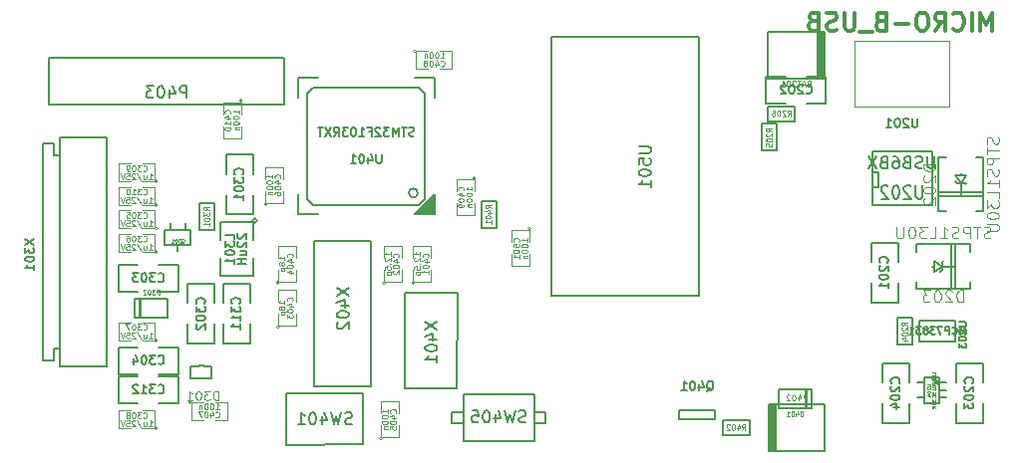
<source format=gbo>
G04 (created by PCBNEW (2013-june-11)-stable) date St 3. září 2014, 22:49:41 CEST*
%MOIN*%
G04 Gerber Fmt 3.4, Leading zero omitted, Abs format*
%FSLAX34Y34*%
G01*
G70*
G90*
G04 APERTURE LIST*
%ADD10C,0.00590551*%
%ADD11C,0.005*%
%ADD12C,0.0039*%
%ADD13C,0.0059*%
%ADD14C,0.0024*%
%ADD15C,0.0075*%
%ADD16C,0.008*%
%ADD17C,0.00393701*%
%ADD18C,0.0043*%
%ADD19C,0.0045*%
%ADD20C,0.006*%
%ADD21C,0.012*%
%ADD22C,0.0047*%
G04 APERTURE END LIST*
G54D10*
X54114Y-32795D02*
X54114Y-37677D01*
X54114Y-37677D02*
X56003Y-37677D01*
X56003Y-37677D02*
X56003Y-32795D01*
X56003Y-32795D02*
X54114Y-32795D01*
X57145Y-34547D02*
X57145Y-37736D01*
X57145Y-37736D02*
X58877Y-37736D01*
X58877Y-37736D02*
X58917Y-34547D01*
X58917Y-34547D02*
X57145Y-34547D01*
G54D11*
X74999Y-37620D02*
X74739Y-37360D01*
X74999Y-37560D02*
X74804Y-37360D01*
X74489Y-38050D02*
X74269Y-38050D01*
X74489Y-37540D02*
X74269Y-37540D01*
X74999Y-37795D02*
X75219Y-37795D01*
X74999Y-38050D02*
X75219Y-38050D01*
X74999Y-37540D02*
X75219Y-37540D01*
X74489Y-37360D02*
X74489Y-38230D01*
X74489Y-38230D02*
X74999Y-38230D01*
X74999Y-38230D02*
X74999Y-37360D01*
X74999Y-37360D02*
X74489Y-37360D01*
X50434Y-37004D02*
X50684Y-37004D01*
X50684Y-37004D02*
X50684Y-37404D01*
X49984Y-37404D02*
X49984Y-37004D01*
X49984Y-37004D02*
X50234Y-37004D01*
X50434Y-36954D02*
X50434Y-37004D01*
X50234Y-37004D02*
X50234Y-36954D01*
X50684Y-37404D02*
X49984Y-37404D01*
X50234Y-36954D02*
X50434Y-36954D01*
X67509Y-38472D02*
X66309Y-38472D01*
X66309Y-38472D02*
X66309Y-38772D01*
X66309Y-38772D02*
X67509Y-38772D01*
X67509Y-38772D02*
X67509Y-38472D01*
X75540Y-36176D02*
X75540Y-35476D01*
X75540Y-35476D02*
X74340Y-35476D01*
X74340Y-35476D02*
X74340Y-36176D01*
X74340Y-36176D02*
X75540Y-36176D01*
X48307Y-35354D02*
X48307Y-34724D01*
X48267Y-34724D02*
X48267Y-35354D01*
X49212Y-34724D02*
X48110Y-34724D01*
X48110Y-34724D02*
X48110Y-35354D01*
X48110Y-35354D02*
X49212Y-35354D01*
X49212Y-35354D02*
X49212Y-34724D01*
X70531Y-37775D02*
X70531Y-38405D01*
X70571Y-38405D02*
X70571Y-37775D01*
X69626Y-38405D02*
X70728Y-38405D01*
X70728Y-38405D02*
X70728Y-37775D01*
X70728Y-37775D02*
X69626Y-37775D01*
X69626Y-37775D02*
X69626Y-38405D01*
X72759Y-31608D02*
X74759Y-31608D01*
X74759Y-31608D02*
X74759Y-29808D01*
X74759Y-29808D02*
X72759Y-29808D01*
X72759Y-29808D02*
X72759Y-31608D01*
X72759Y-31008D02*
X72959Y-31008D01*
X72959Y-31008D02*
X72959Y-30508D01*
X72959Y-30508D02*
X72759Y-30508D01*
X52186Y-32120D02*
G75*
G03X52186Y-32120I-70J0D01*
G74*
G01*
X50965Y-32770D02*
X50965Y-32170D01*
X50965Y-32170D02*
X52065Y-32170D01*
X52065Y-32170D02*
X52065Y-32770D01*
X52065Y-33370D02*
X52065Y-33970D01*
X52065Y-33970D02*
X50965Y-33970D01*
X50965Y-33970D02*
X50965Y-33370D01*
X69216Y-28205D02*
X69216Y-27305D01*
X69216Y-27305D02*
X69866Y-27305D01*
X70566Y-28205D02*
X71216Y-28205D01*
X71216Y-28205D02*
X71216Y-27305D01*
X71216Y-27305D02*
X70566Y-27305D01*
X69866Y-28205D02*
X69216Y-28205D01*
X52064Y-31905D02*
X51164Y-31905D01*
X51164Y-31905D02*
X51164Y-31255D01*
X52064Y-30555D02*
X52064Y-29905D01*
X52064Y-29905D02*
X51164Y-29905D01*
X51164Y-29905D02*
X51164Y-30555D01*
X52064Y-31255D02*
X52064Y-31905D01*
X72719Y-32858D02*
X73619Y-32858D01*
X73619Y-32858D02*
X73619Y-33508D01*
X72719Y-34208D02*
X72719Y-34858D01*
X72719Y-34858D02*
X73619Y-34858D01*
X73619Y-34858D02*
X73619Y-34208D01*
X72719Y-33508D02*
X72719Y-32858D01*
X47562Y-34505D02*
X47562Y-33605D01*
X47562Y-33605D02*
X48212Y-33605D01*
X48912Y-34505D02*
X49562Y-34505D01*
X49562Y-34505D02*
X49562Y-33605D01*
X49562Y-33605D02*
X48912Y-33605D01*
X48212Y-34505D02*
X47562Y-34505D01*
X49884Y-34236D02*
X50784Y-34236D01*
X50784Y-34236D02*
X50784Y-34886D01*
X49884Y-35586D02*
X49884Y-36236D01*
X49884Y-36236D02*
X50784Y-36236D01*
X50784Y-36236D02*
X50784Y-35586D01*
X49884Y-34886D02*
X49884Y-34236D01*
X47562Y-37261D02*
X47562Y-36361D01*
X47562Y-36361D02*
X48212Y-36361D01*
X48912Y-37261D02*
X49562Y-37261D01*
X49562Y-37261D02*
X49562Y-36361D01*
X49562Y-36361D02*
X48912Y-36361D01*
X48212Y-37261D02*
X47562Y-37261D01*
X51065Y-34236D02*
X51965Y-34236D01*
X51965Y-34236D02*
X51965Y-34886D01*
X51065Y-35586D02*
X51065Y-36236D01*
X51065Y-36236D02*
X51965Y-36236D01*
X51965Y-36236D02*
X51965Y-35586D01*
X51065Y-34886D02*
X51065Y-34236D01*
X47562Y-38245D02*
X47562Y-37345D01*
X47562Y-37345D02*
X48212Y-37345D01*
X48912Y-38245D02*
X49562Y-38245D01*
X49562Y-38245D02*
X49562Y-37345D01*
X49562Y-37345D02*
X48912Y-37345D01*
X48212Y-38245D02*
X47562Y-38245D01*
X76473Y-38893D02*
X75573Y-38893D01*
X75573Y-38893D02*
X75573Y-38243D01*
X76473Y-37543D02*
X76473Y-36893D01*
X76473Y-36893D02*
X75573Y-36893D01*
X75573Y-36893D02*
X75573Y-37543D01*
X76473Y-38243D02*
X76473Y-38893D01*
X74012Y-38893D02*
X73112Y-38893D01*
X73112Y-38893D02*
X73112Y-38243D01*
X74012Y-37543D02*
X74012Y-36893D01*
X74012Y-36893D02*
X73112Y-36893D01*
X73112Y-36893D02*
X73112Y-37543D01*
X74012Y-38243D02*
X74012Y-38893D01*
G54D12*
X56482Y-34212D02*
G75*
G03X56482Y-34212I-50J0D01*
G74*
G01*
X56432Y-33762D02*
X56432Y-34162D01*
X56432Y-34162D02*
X57032Y-34162D01*
X57032Y-34162D02*
X57032Y-33762D01*
X57032Y-33362D02*
X57032Y-32962D01*
X57032Y-32962D02*
X56432Y-32962D01*
X56432Y-32962D02*
X56432Y-33362D01*
X57466Y-34212D02*
G75*
G03X57466Y-34212I-50J0D01*
G74*
G01*
X57416Y-33762D02*
X57416Y-34162D01*
X57416Y-34162D02*
X58016Y-34162D01*
X58016Y-34162D02*
X58016Y-33762D01*
X58016Y-33362D02*
X58016Y-32962D01*
X58016Y-32962D02*
X57416Y-32962D01*
X57416Y-32962D02*
X57416Y-33362D01*
X61353Y-32401D02*
G75*
G03X61353Y-32401I-50J0D01*
G74*
G01*
X61303Y-32851D02*
X61303Y-32451D01*
X61303Y-32451D02*
X60703Y-32451D01*
X60703Y-32451D02*
X60703Y-32851D01*
X60703Y-33251D02*
X60703Y-33651D01*
X60703Y-33651D02*
X61303Y-33651D01*
X61303Y-33651D02*
X61303Y-33251D01*
X52938Y-34212D02*
G75*
G03X52938Y-34212I-50J0D01*
G74*
G01*
X52888Y-33762D02*
X52888Y-34162D01*
X52888Y-34162D02*
X53488Y-34162D01*
X53488Y-34162D02*
X53488Y-33762D01*
X53488Y-33362D02*
X53488Y-32962D01*
X53488Y-32962D02*
X52888Y-32962D01*
X52888Y-32962D02*
X52888Y-33362D01*
X52938Y-35689D02*
G75*
G03X52938Y-35689I-50J0D01*
G74*
G01*
X52888Y-35239D02*
X52888Y-35639D01*
X52888Y-35639D02*
X53488Y-35639D01*
X53488Y-35639D02*
X53488Y-35239D01*
X53488Y-34839D02*
X53488Y-34439D01*
X53488Y-34439D02*
X52888Y-34439D01*
X52888Y-34439D02*
X52888Y-34839D01*
X56383Y-39429D02*
G75*
G03X56383Y-39429I-50J0D01*
G74*
G01*
X56333Y-38979D02*
X56333Y-39379D01*
X56333Y-39379D02*
X56933Y-39379D01*
X56933Y-39379D02*
X56933Y-38979D01*
X56933Y-38579D02*
X56933Y-38179D01*
X56933Y-38179D02*
X56333Y-38179D01*
X56333Y-38179D02*
X56333Y-38579D01*
X52525Y-31575D02*
G75*
G03X52525Y-31575I-50J0D01*
G74*
G01*
X52475Y-31125D02*
X52475Y-31525D01*
X52475Y-31525D02*
X53075Y-31525D01*
X53075Y-31525D02*
X53075Y-31125D01*
X53075Y-30725D02*
X53075Y-30325D01*
X53075Y-30325D02*
X52475Y-30325D01*
X52475Y-30325D02*
X52475Y-30725D01*
X49990Y-38203D02*
G75*
G03X49990Y-38203I-50J0D01*
G74*
G01*
X50390Y-38203D02*
X49990Y-38203D01*
X49990Y-38203D02*
X49990Y-38803D01*
X49990Y-38803D02*
X50390Y-38803D01*
X50790Y-38803D02*
X51190Y-38803D01*
X51190Y-38803D02*
X51190Y-38203D01*
X51190Y-38203D02*
X50790Y-38203D01*
X57510Y-26451D02*
G75*
G03X57510Y-26451I-50J0D01*
G74*
G01*
X57910Y-26451D02*
X57510Y-26451D01*
X57510Y-26451D02*
X57510Y-27051D01*
X57510Y-27051D02*
X57910Y-27051D01*
X58310Y-27051D02*
X58710Y-27051D01*
X58710Y-27051D02*
X58710Y-26451D01*
X58710Y-26451D02*
X58310Y-26451D01*
X59503Y-30688D02*
G75*
G03X59503Y-30688I-50J0D01*
G74*
G01*
X59453Y-31138D02*
X59453Y-30738D01*
X59453Y-30738D02*
X58853Y-30738D01*
X58853Y-30738D02*
X58853Y-31138D01*
X58853Y-31538D02*
X58853Y-31938D01*
X58853Y-31938D02*
X59453Y-31938D01*
X59453Y-31938D02*
X59453Y-31538D01*
X51708Y-28109D02*
G75*
G03X51708Y-28109I-50J0D01*
G74*
G01*
X51658Y-28559D02*
X51658Y-28159D01*
X51658Y-28159D02*
X51058Y-28159D01*
X51058Y-28159D02*
X51058Y-28559D01*
X51058Y-28959D02*
X51058Y-29359D01*
X51058Y-29359D02*
X51658Y-29359D01*
X51658Y-29359D02*
X51658Y-28959D01*
X48869Y-39079D02*
G75*
G03X48869Y-39079I-50J0D01*
G74*
G01*
X48369Y-39079D02*
X48769Y-39079D01*
X48769Y-39079D02*
X48769Y-38479D01*
X48769Y-38479D02*
X48369Y-38479D01*
X47969Y-38479D02*
X47569Y-38479D01*
X47569Y-38479D02*
X47569Y-39079D01*
X47569Y-39079D02*
X47969Y-39079D01*
X48869Y-30811D02*
G75*
G03X48869Y-30811I-50J0D01*
G74*
G01*
X48369Y-30811D02*
X48769Y-30811D01*
X48769Y-30811D02*
X48769Y-30211D01*
X48769Y-30211D02*
X48369Y-30211D01*
X47969Y-30211D02*
X47569Y-30211D01*
X47569Y-30211D02*
X47569Y-30811D01*
X47569Y-30811D02*
X47969Y-30811D01*
X48869Y-31599D02*
G75*
G03X48869Y-31599I-50J0D01*
G74*
G01*
X48369Y-31599D02*
X48769Y-31599D01*
X48769Y-31599D02*
X48769Y-30999D01*
X48769Y-30999D02*
X48369Y-30999D01*
X47969Y-30999D02*
X47569Y-30999D01*
X47569Y-30999D02*
X47569Y-31599D01*
X47569Y-31599D02*
X47969Y-31599D01*
X48869Y-36126D02*
G75*
G03X48869Y-36126I-50J0D01*
G74*
G01*
X48369Y-36126D02*
X48769Y-36126D01*
X48769Y-36126D02*
X48769Y-35526D01*
X48769Y-35526D02*
X48369Y-35526D01*
X47969Y-35526D02*
X47569Y-35526D01*
X47569Y-35526D02*
X47569Y-36126D01*
X47569Y-36126D02*
X47969Y-36126D01*
X48869Y-33174D02*
G75*
G03X48869Y-33174I-50J0D01*
G74*
G01*
X48369Y-33174D02*
X48769Y-33174D01*
X48769Y-33174D02*
X48769Y-32574D01*
X48769Y-32574D02*
X48369Y-32574D01*
X47969Y-32574D02*
X47569Y-32574D01*
X47569Y-32574D02*
X47569Y-33174D01*
X47569Y-33174D02*
X47969Y-33174D01*
X48869Y-32386D02*
G75*
G03X48869Y-32386I-50J0D01*
G74*
G01*
X48369Y-32386D02*
X48769Y-32386D01*
X48769Y-32386D02*
X48769Y-31786D01*
X48769Y-31786D02*
X48369Y-31786D01*
X47969Y-31786D02*
X47569Y-31786D01*
X47569Y-31786D02*
X47569Y-32386D01*
X47569Y-32386D02*
X47969Y-32386D01*
G54D11*
X69580Y-29780D02*
X69580Y-28880D01*
X69580Y-28880D02*
X69080Y-28880D01*
X69080Y-28880D02*
X69080Y-29780D01*
X69080Y-29780D02*
X69580Y-29780D01*
X69274Y-28793D02*
X70174Y-28793D01*
X70174Y-28793D02*
X70174Y-28293D01*
X70174Y-28293D02*
X69274Y-28293D01*
X69274Y-28293D02*
X69274Y-28793D01*
X68658Y-38805D02*
X67758Y-38805D01*
X67758Y-38805D02*
X67758Y-39305D01*
X67758Y-39305D02*
X68658Y-39305D01*
X68658Y-39305D02*
X68658Y-38805D01*
X59690Y-31459D02*
X59690Y-32359D01*
X59690Y-32359D02*
X60190Y-32359D01*
X60190Y-32359D02*
X60190Y-31459D01*
X60190Y-31459D02*
X59690Y-31459D01*
X50781Y-32438D02*
X50781Y-31538D01*
X50781Y-31538D02*
X50281Y-31538D01*
X50281Y-31538D02*
X50281Y-32438D01*
X50281Y-32438D02*
X50781Y-32438D01*
X74108Y-36276D02*
X74108Y-35376D01*
X74108Y-35376D02*
X73608Y-35376D01*
X73608Y-35376D02*
X73608Y-36276D01*
X73608Y-36276D02*
X74108Y-36276D01*
X49547Y-32932D02*
X49547Y-33152D01*
X49802Y-32422D02*
X49802Y-32202D01*
X49292Y-32422D02*
X49292Y-32202D01*
X49112Y-32932D02*
X49982Y-32932D01*
X49982Y-32932D02*
X49982Y-32422D01*
X49982Y-32422D02*
X49112Y-32422D01*
X49112Y-32422D02*
X49112Y-32932D01*
G54D10*
X55610Y-37913D02*
X53169Y-37913D01*
X53169Y-37913D02*
X53169Y-39645D01*
X53169Y-39645D02*
X55728Y-39606D01*
X55728Y-39606D02*
X55728Y-37913D01*
X55728Y-37913D02*
X55570Y-37913D01*
X45610Y-36417D02*
X45413Y-36417D01*
X45413Y-36417D02*
X45413Y-36811D01*
X45413Y-36811D02*
X45019Y-36811D01*
X45019Y-36811D02*
X45019Y-29527D01*
X45019Y-29527D02*
X45216Y-29527D01*
X45216Y-29527D02*
X45413Y-29527D01*
X45413Y-29527D02*
X45413Y-29921D01*
X45413Y-29921D02*
X45610Y-29921D01*
X47185Y-35433D02*
X47185Y-29330D01*
X47185Y-35433D02*
X47185Y-37007D01*
X47185Y-29330D02*
X45610Y-29330D01*
X45610Y-29330D02*
X45610Y-30708D01*
X47185Y-37007D02*
X45610Y-37007D01*
X45610Y-37007D02*
X45610Y-30708D01*
G54D12*
X72184Y-26180D02*
X72184Y-26102D01*
X75334Y-26180D02*
X75334Y-26102D01*
X72184Y-28306D02*
X75334Y-28306D01*
X75334Y-28306D02*
X75334Y-26180D01*
X75334Y-26102D02*
X72184Y-26102D01*
X72184Y-26180D02*
X72184Y-28306D01*
G54D13*
X58129Y-31869D02*
X58090Y-31908D01*
X58011Y-31908D02*
X58129Y-31790D01*
X58129Y-31712D02*
X57933Y-31908D01*
X57854Y-31908D02*
X58129Y-31633D01*
X58129Y-31554D02*
X57775Y-31908D01*
X57696Y-31908D02*
X58129Y-31475D01*
X58129Y-31397D02*
X57618Y-31908D01*
X57539Y-31908D02*
X58129Y-31318D01*
X57460Y-31908D02*
X58129Y-31908D01*
X58129Y-31908D02*
X58129Y-31239D01*
X58129Y-31239D02*
X57460Y-31908D01*
X53563Y-31239D02*
X53563Y-31908D01*
X53563Y-31908D02*
X54232Y-31908D01*
X54232Y-27342D02*
X53563Y-27342D01*
X53563Y-27342D02*
X53563Y-28011D01*
X58129Y-28011D02*
X58129Y-27342D01*
X58129Y-27342D02*
X57460Y-27342D01*
G54D11*
X54076Y-31595D02*
X57616Y-31595D01*
X53876Y-31395D02*
X53876Y-27855D01*
X57616Y-27655D02*
X54076Y-27655D01*
X57816Y-31395D02*
X57816Y-27855D01*
X57566Y-31195D02*
G75*
G03X57566Y-31195I-150J0D01*
G74*
G01*
X57616Y-31595D02*
X57816Y-31395D01*
X53876Y-31395D02*
X54076Y-31595D01*
X54076Y-27655D02*
X53876Y-27855D01*
X57816Y-27855D02*
X57616Y-27655D01*
X71122Y-27361D02*
X71122Y-25787D01*
X71082Y-25787D02*
X71082Y-27361D01*
X71043Y-27361D02*
X71043Y-25787D01*
X71003Y-25787D02*
X71003Y-27361D01*
X70964Y-27361D02*
X70964Y-25787D01*
X70925Y-27361D02*
X70925Y-25787D01*
X71161Y-27361D02*
X71161Y-25787D01*
X71161Y-25787D02*
X69271Y-25787D01*
X69271Y-25787D02*
X69271Y-27361D01*
X69271Y-27361D02*
X71161Y-27361D01*
X75728Y-30605D02*
X75728Y-30525D01*
X74978Y-30005D02*
X74978Y-31805D01*
X74978Y-31805D02*
X75228Y-31805D01*
X76478Y-31165D02*
X74978Y-31165D01*
X76478Y-31295D02*
X74978Y-31295D01*
X76228Y-30005D02*
X76478Y-30005D01*
X76478Y-30005D02*
X76478Y-31805D01*
X76478Y-31805D02*
X76228Y-31805D01*
X75228Y-30005D02*
X74978Y-30005D01*
X75728Y-30855D02*
X75541Y-30605D01*
X75541Y-30605D02*
X75728Y-30605D01*
X75728Y-30605D02*
X75915Y-30605D01*
X75915Y-30605D02*
X75728Y-30855D01*
X75728Y-30855D02*
X75603Y-30855D01*
X75603Y-30855D02*
X75541Y-30793D01*
X75728Y-30855D02*
X75853Y-30855D01*
X75853Y-30855D02*
X75915Y-30917D01*
X75728Y-30855D02*
X75728Y-31292D01*
X74837Y-33661D02*
X74757Y-33661D01*
X74237Y-34411D02*
X76037Y-34411D01*
X76037Y-34411D02*
X76037Y-34161D01*
X75397Y-32911D02*
X75397Y-34411D01*
X75527Y-32911D02*
X75527Y-34411D01*
X74237Y-33161D02*
X74237Y-32911D01*
X74237Y-32911D02*
X76037Y-32911D01*
X76037Y-32911D02*
X76037Y-33161D01*
X74237Y-34161D02*
X74237Y-34411D01*
X75087Y-33661D02*
X74837Y-33848D01*
X74837Y-33848D02*
X74837Y-33661D01*
X74837Y-33661D02*
X74837Y-33474D01*
X74837Y-33474D02*
X75087Y-33661D01*
X75087Y-33661D02*
X75087Y-33786D01*
X75087Y-33786D02*
X75025Y-33848D01*
X75087Y-33661D02*
X75087Y-33536D01*
X75087Y-33536D02*
X75149Y-33474D01*
X75087Y-33661D02*
X75524Y-33661D01*
G54D10*
X66968Y-34645D02*
X62047Y-34645D01*
X66968Y-25984D02*
X66968Y-34645D01*
X66968Y-25984D02*
X62047Y-25984D01*
X62047Y-34645D02*
X62047Y-25984D01*
X45236Y-28248D02*
X45236Y-26673D01*
X45236Y-26673D02*
X53110Y-26673D01*
X53110Y-26673D02*
X53110Y-28248D01*
X53110Y-28248D02*
X45236Y-28248D01*
X59094Y-38523D02*
X58700Y-38523D01*
X58700Y-38523D02*
X58700Y-38917D01*
X58700Y-38917D02*
X59094Y-38917D01*
X61456Y-38523D02*
X61850Y-38523D01*
X61850Y-38523D02*
X61850Y-38917D01*
X61850Y-38917D02*
X61456Y-38917D01*
X61456Y-38720D02*
X61456Y-37933D01*
X61456Y-37933D02*
X59094Y-37933D01*
X59094Y-37933D02*
X59094Y-39507D01*
X59094Y-39507D02*
X61456Y-39507D01*
X61456Y-39507D02*
X61456Y-38720D01*
G54D11*
X69330Y-38268D02*
X69330Y-39842D01*
X69370Y-39842D02*
X69370Y-38268D01*
X69409Y-38268D02*
X69409Y-39842D01*
X69449Y-39842D02*
X69449Y-38268D01*
X69488Y-38268D02*
X69488Y-39842D01*
X69527Y-38268D02*
X69527Y-39842D01*
X69291Y-38268D02*
X69291Y-39842D01*
X69291Y-39842D02*
X71181Y-39842D01*
X71181Y-39842D02*
X71181Y-38268D01*
X71181Y-38268D02*
X69291Y-38268D01*
G54D10*
X54864Y-34385D02*
X55257Y-34647D01*
X54864Y-34647D02*
X55257Y-34385D01*
X54995Y-34966D02*
X55257Y-34966D01*
X54845Y-34872D02*
X55126Y-34778D01*
X55126Y-35022D01*
X54864Y-35247D02*
X54864Y-35284D01*
X54882Y-35322D01*
X54901Y-35341D01*
X54939Y-35359D01*
X55014Y-35378D01*
X55107Y-35378D01*
X55182Y-35359D01*
X55220Y-35341D01*
X55239Y-35322D01*
X55257Y-35284D01*
X55257Y-35247D01*
X55239Y-35209D01*
X55220Y-35191D01*
X55182Y-35172D01*
X55107Y-35153D01*
X55014Y-35153D01*
X54939Y-35172D01*
X54901Y-35191D01*
X54882Y-35209D01*
X54864Y-35247D01*
X54901Y-35528D02*
X54882Y-35547D01*
X54864Y-35584D01*
X54864Y-35678D01*
X54882Y-35716D01*
X54901Y-35734D01*
X54939Y-35753D01*
X54976Y-35753D01*
X55032Y-35734D01*
X55257Y-35509D01*
X55257Y-35753D01*
X57816Y-35507D02*
X58210Y-35769D01*
X57816Y-35769D02*
X58210Y-35507D01*
X57948Y-36088D02*
X58210Y-36088D01*
X57798Y-35994D02*
X58079Y-35900D01*
X58079Y-36144D01*
X57816Y-36369D02*
X57816Y-36407D01*
X57835Y-36444D01*
X57854Y-36463D01*
X57891Y-36482D01*
X57966Y-36500D01*
X58060Y-36500D01*
X58135Y-36482D01*
X58173Y-36463D01*
X58191Y-36444D01*
X58210Y-36407D01*
X58210Y-36369D01*
X58191Y-36332D01*
X58173Y-36313D01*
X58135Y-36294D01*
X58060Y-36275D01*
X57966Y-36275D01*
X57891Y-36294D01*
X57854Y-36313D01*
X57835Y-36332D01*
X57816Y-36369D01*
X58210Y-36875D02*
X58210Y-36650D01*
X58210Y-36763D02*
X57816Y-36763D01*
X57873Y-36725D01*
X57910Y-36688D01*
X57929Y-36650D01*
G54D14*
X74594Y-37592D02*
X74690Y-37592D01*
X74701Y-37598D01*
X74707Y-37604D01*
X74712Y-37615D01*
X74712Y-37637D01*
X74707Y-37649D01*
X74701Y-37654D01*
X74690Y-37660D01*
X74594Y-37660D01*
X74606Y-37710D02*
X74600Y-37716D01*
X74594Y-37727D01*
X74594Y-37755D01*
X74600Y-37767D01*
X74606Y-37772D01*
X74617Y-37778D01*
X74628Y-37778D01*
X74645Y-37772D01*
X74712Y-37705D01*
X74712Y-37778D01*
X74594Y-37851D02*
X74594Y-37862D01*
X74600Y-37873D01*
X74606Y-37879D01*
X74617Y-37885D01*
X74639Y-37890D01*
X74667Y-37890D01*
X74690Y-37885D01*
X74701Y-37879D01*
X74707Y-37873D01*
X74712Y-37862D01*
X74712Y-37851D01*
X74707Y-37840D01*
X74701Y-37834D01*
X74690Y-37828D01*
X74667Y-37823D01*
X74639Y-37823D01*
X74617Y-37828D01*
X74606Y-37834D01*
X74600Y-37840D01*
X74594Y-37851D01*
X74634Y-37991D02*
X74712Y-37991D01*
X74589Y-37963D02*
X74673Y-37935D01*
X74673Y-38008D01*
X74870Y-37261D02*
X74870Y-37205D01*
X74752Y-37205D01*
X74870Y-37300D02*
X74752Y-37300D01*
X74752Y-37328D01*
X74758Y-37345D01*
X74769Y-37356D01*
X74780Y-37362D01*
X74803Y-37368D01*
X74820Y-37368D01*
X74842Y-37362D01*
X74853Y-37356D01*
X74865Y-37345D01*
X74870Y-37328D01*
X74870Y-37300D01*
X74752Y-37474D02*
X74752Y-37418D01*
X74809Y-37413D01*
X74803Y-37418D01*
X74797Y-37430D01*
X74797Y-37458D01*
X74803Y-37469D01*
X74809Y-37474D01*
X74820Y-37480D01*
X74848Y-37480D01*
X74859Y-37474D01*
X74865Y-37469D01*
X74870Y-37458D01*
X74870Y-37430D01*
X74865Y-37418D01*
X74859Y-37413D01*
X74870Y-37536D02*
X74870Y-37559D01*
X74865Y-37570D01*
X74859Y-37576D01*
X74842Y-37587D01*
X74820Y-37592D01*
X74775Y-37592D01*
X74764Y-37587D01*
X74758Y-37581D01*
X74752Y-37570D01*
X74752Y-37548D01*
X74758Y-37536D01*
X74764Y-37531D01*
X74775Y-37525D01*
X74803Y-37525D01*
X74814Y-37531D01*
X74820Y-37536D01*
X74825Y-37548D01*
X74825Y-37570D01*
X74820Y-37581D01*
X74814Y-37587D01*
X74803Y-37592D01*
X74752Y-37666D02*
X74752Y-37677D01*
X74758Y-37688D01*
X74764Y-37694D01*
X74775Y-37699D01*
X74797Y-37705D01*
X74825Y-37705D01*
X74848Y-37699D01*
X74859Y-37694D01*
X74865Y-37688D01*
X74870Y-37677D01*
X74870Y-37666D01*
X74865Y-37654D01*
X74859Y-37649D01*
X74848Y-37643D01*
X74825Y-37637D01*
X74797Y-37637D01*
X74775Y-37643D01*
X74764Y-37649D01*
X74758Y-37654D01*
X74752Y-37666D01*
X74870Y-37817D02*
X74870Y-37750D01*
X74870Y-37784D02*
X74752Y-37784D01*
X74769Y-37772D01*
X74780Y-37761D01*
X74786Y-37750D01*
X74752Y-37924D02*
X74752Y-37868D01*
X74809Y-37862D01*
X74803Y-37868D01*
X74797Y-37879D01*
X74797Y-37907D01*
X74803Y-37918D01*
X74809Y-37924D01*
X74820Y-37930D01*
X74848Y-37930D01*
X74859Y-37924D01*
X74865Y-37918D01*
X74870Y-37907D01*
X74870Y-37879D01*
X74865Y-37868D01*
X74859Y-37862D01*
X74859Y-38048D02*
X74865Y-38042D01*
X74870Y-38025D01*
X74870Y-38014D01*
X74865Y-37997D01*
X74853Y-37986D01*
X74842Y-37980D01*
X74820Y-37975D01*
X74803Y-37975D01*
X74780Y-37980D01*
X74769Y-37986D01*
X74758Y-37997D01*
X74752Y-38014D01*
X74752Y-38025D01*
X74758Y-38042D01*
X74764Y-38048D01*
X74752Y-38087D02*
X74752Y-38160D01*
X74797Y-38121D01*
X74797Y-38138D01*
X74803Y-38149D01*
X74809Y-38154D01*
X74820Y-38160D01*
X74848Y-38160D01*
X74859Y-38154D01*
X74865Y-38149D01*
X74870Y-38138D01*
X74870Y-38104D01*
X74865Y-38093D01*
X74859Y-38087D01*
X74752Y-38199D02*
X74752Y-38272D01*
X74797Y-38233D01*
X74797Y-38250D01*
X74803Y-38261D01*
X74809Y-38267D01*
X74820Y-38272D01*
X74848Y-38272D01*
X74859Y-38267D01*
X74865Y-38261D01*
X74870Y-38250D01*
X74870Y-38216D01*
X74865Y-38205D01*
X74859Y-38199D01*
X74870Y-38390D02*
X74814Y-38351D01*
X74870Y-38323D02*
X74752Y-38323D01*
X74752Y-38368D01*
X74758Y-38379D01*
X74764Y-38385D01*
X74775Y-38390D01*
X74792Y-38390D01*
X74803Y-38385D01*
X74809Y-38379D01*
X74814Y-38368D01*
X74814Y-38323D01*
G54D12*
X50891Y-38126D02*
X50891Y-37826D01*
X50820Y-37826D01*
X50777Y-37840D01*
X50748Y-37869D01*
X50734Y-37897D01*
X50720Y-37954D01*
X50720Y-37997D01*
X50734Y-38054D01*
X50748Y-38083D01*
X50777Y-38111D01*
X50820Y-38126D01*
X50891Y-38126D01*
X50620Y-37826D02*
X50434Y-37826D01*
X50534Y-37940D01*
X50491Y-37940D01*
X50463Y-37954D01*
X50448Y-37969D01*
X50434Y-37997D01*
X50434Y-38069D01*
X50448Y-38097D01*
X50463Y-38111D01*
X50491Y-38126D01*
X50577Y-38126D01*
X50606Y-38111D01*
X50620Y-38097D01*
X50248Y-37826D02*
X50220Y-37826D01*
X50191Y-37840D01*
X50177Y-37854D01*
X50163Y-37883D01*
X50148Y-37940D01*
X50148Y-38011D01*
X50163Y-38069D01*
X50177Y-38097D01*
X50191Y-38111D01*
X50220Y-38126D01*
X50248Y-38126D01*
X50277Y-38111D01*
X50291Y-38097D01*
X50306Y-38069D01*
X50320Y-38011D01*
X50320Y-37940D01*
X50306Y-37883D01*
X50291Y-37854D01*
X50277Y-37840D01*
X50248Y-37826D01*
X49863Y-38126D02*
X50034Y-38126D01*
X49948Y-38126D02*
X49948Y-37826D01*
X49977Y-37869D01*
X50006Y-37897D01*
X50034Y-37911D01*
G54D15*
X67223Y-37822D02*
X67252Y-37807D01*
X67280Y-37779D01*
X67323Y-37736D01*
X67352Y-37722D01*
X67380Y-37722D01*
X67366Y-37793D02*
X67395Y-37779D01*
X67423Y-37750D01*
X67438Y-37693D01*
X67438Y-37593D01*
X67423Y-37536D01*
X67395Y-37507D01*
X67366Y-37493D01*
X67309Y-37493D01*
X67280Y-37507D01*
X67252Y-37536D01*
X67238Y-37593D01*
X67238Y-37693D01*
X67252Y-37750D01*
X67280Y-37779D01*
X67309Y-37793D01*
X67366Y-37793D01*
X66980Y-37593D02*
X66980Y-37793D01*
X67052Y-37479D02*
X67123Y-37693D01*
X66938Y-37693D01*
X66766Y-37493D02*
X66738Y-37493D01*
X66709Y-37507D01*
X66695Y-37522D01*
X66680Y-37550D01*
X66666Y-37607D01*
X66666Y-37679D01*
X66680Y-37736D01*
X66695Y-37764D01*
X66709Y-37779D01*
X66738Y-37793D01*
X66766Y-37793D01*
X66795Y-37779D01*
X66809Y-37764D01*
X66823Y-37736D01*
X66838Y-37679D01*
X66838Y-37607D01*
X66823Y-37550D01*
X66809Y-37522D01*
X66795Y-37507D01*
X66766Y-37493D01*
X66380Y-37793D02*
X66552Y-37793D01*
X66466Y-37793D02*
X66466Y-37493D01*
X66495Y-37536D01*
X66523Y-37564D01*
X66552Y-37579D01*
G54D16*
G54D11*
X75658Y-35516D02*
X75860Y-35516D01*
X75884Y-35528D01*
X75896Y-35540D01*
X75908Y-35563D01*
X75908Y-35611D01*
X75896Y-35635D01*
X75884Y-35647D01*
X75860Y-35659D01*
X75658Y-35659D01*
X75681Y-35766D02*
X75670Y-35778D01*
X75658Y-35801D01*
X75658Y-35861D01*
X75670Y-35885D01*
X75681Y-35897D01*
X75705Y-35909D01*
X75729Y-35909D01*
X75765Y-35897D01*
X75908Y-35754D01*
X75908Y-35909D01*
X75658Y-36063D02*
X75658Y-36087D01*
X75670Y-36111D01*
X75681Y-36123D01*
X75705Y-36135D01*
X75753Y-36147D01*
X75812Y-36147D01*
X75860Y-36135D01*
X75884Y-36123D01*
X75896Y-36111D01*
X75908Y-36087D01*
X75908Y-36063D01*
X75896Y-36040D01*
X75884Y-36028D01*
X75860Y-36016D01*
X75812Y-36004D01*
X75753Y-36004D01*
X75705Y-36016D01*
X75681Y-36028D01*
X75670Y-36040D01*
X75658Y-36063D01*
X75658Y-36230D02*
X75658Y-36385D01*
X75753Y-36301D01*
X75753Y-36337D01*
X75765Y-36361D01*
X75777Y-36373D01*
X75800Y-36385D01*
X75860Y-36385D01*
X75884Y-36373D01*
X75896Y-36361D01*
X75908Y-36337D01*
X75908Y-36266D01*
X75896Y-36242D01*
X75884Y-36230D01*
X75869Y-35927D02*
X75869Y-35677D01*
X75786Y-35856D01*
X75702Y-35677D01*
X75702Y-35927D01*
X75440Y-35904D02*
X75452Y-35916D01*
X75488Y-35927D01*
X75512Y-35927D01*
X75548Y-35916D01*
X75571Y-35892D01*
X75583Y-35868D01*
X75595Y-35820D01*
X75595Y-35785D01*
X75583Y-35737D01*
X75571Y-35713D01*
X75548Y-35689D01*
X75512Y-35677D01*
X75488Y-35677D01*
X75452Y-35689D01*
X75440Y-35701D01*
X75333Y-35927D02*
X75333Y-35677D01*
X75238Y-35677D01*
X75214Y-35689D01*
X75202Y-35701D01*
X75190Y-35725D01*
X75190Y-35761D01*
X75202Y-35785D01*
X75214Y-35797D01*
X75238Y-35808D01*
X75333Y-35808D01*
X75107Y-35677D02*
X74940Y-35677D01*
X75048Y-35927D01*
X74869Y-35677D02*
X74714Y-35677D01*
X74798Y-35773D01*
X74762Y-35773D01*
X74738Y-35785D01*
X74726Y-35797D01*
X74714Y-35820D01*
X74714Y-35880D01*
X74726Y-35904D01*
X74738Y-35916D01*
X74762Y-35927D01*
X74833Y-35927D01*
X74857Y-35916D01*
X74869Y-35904D01*
X74571Y-35785D02*
X74595Y-35773D01*
X74607Y-35761D01*
X74619Y-35737D01*
X74619Y-35725D01*
X74607Y-35701D01*
X74595Y-35689D01*
X74571Y-35677D01*
X74524Y-35677D01*
X74500Y-35689D01*
X74488Y-35701D01*
X74476Y-35725D01*
X74476Y-35737D01*
X74488Y-35761D01*
X74500Y-35773D01*
X74524Y-35785D01*
X74571Y-35785D01*
X74595Y-35797D01*
X74607Y-35808D01*
X74619Y-35832D01*
X74619Y-35880D01*
X74607Y-35904D01*
X74595Y-35916D01*
X74571Y-35927D01*
X74524Y-35927D01*
X74500Y-35916D01*
X74488Y-35904D01*
X74476Y-35880D01*
X74476Y-35832D01*
X74488Y-35808D01*
X74500Y-35797D01*
X74524Y-35785D01*
X74393Y-35677D02*
X74238Y-35677D01*
X74321Y-35773D01*
X74286Y-35773D01*
X74262Y-35785D01*
X74250Y-35797D01*
X74238Y-35820D01*
X74238Y-35880D01*
X74250Y-35904D01*
X74262Y-35916D01*
X74286Y-35927D01*
X74357Y-35927D01*
X74381Y-35916D01*
X74393Y-35904D01*
X74000Y-35927D02*
X74143Y-35927D01*
X74071Y-35927D02*
X74071Y-35677D01*
X74095Y-35713D01*
X74119Y-35737D01*
X74143Y-35749D01*
G54D17*
X48927Y-34591D02*
X48927Y-34433D01*
X48890Y-34433D01*
X48867Y-34441D01*
X48852Y-34456D01*
X48845Y-34471D01*
X48837Y-34501D01*
X48837Y-34523D01*
X48845Y-34553D01*
X48852Y-34568D01*
X48867Y-34583D01*
X48890Y-34591D01*
X48927Y-34591D01*
X48785Y-34433D02*
X48687Y-34433D01*
X48740Y-34493D01*
X48717Y-34493D01*
X48702Y-34501D01*
X48695Y-34508D01*
X48687Y-34523D01*
X48687Y-34561D01*
X48695Y-34576D01*
X48702Y-34583D01*
X48717Y-34591D01*
X48762Y-34591D01*
X48777Y-34583D01*
X48785Y-34576D01*
X48590Y-34433D02*
X48575Y-34433D01*
X48560Y-34441D01*
X48552Y-34448D01*
X48545Y-34463D01*
X48537Y-34493D01*
X48537Y-34531D01*
X48545Y-34561D01*
X48552Y-34576D01*
X48560Y-34583D01*
X48575Y-34591D01*
X48590Y-34591D01*
X48605Y-34583D01*
X48612Y-34576D01*
X48620Y-34561D01*
X48627Y-34531D01*
X48627Y-34493D01*
X48620Y-34463D01*
X48612Y-34448D01*
X48605Y-34441D01*
X48590Y-34433D01*
X48477Y-34448D02*
X48470Y-34441D01*
X48455Y-34433D01*
X48417Y-34433D01*
X48402Y-34441D01*
X48395Y-34448D01*
X48387Y-34463D01*
X48387Y-34478D01*
X48395Y-34501D01*
X48485Y-34591D01*
X48387Y-34591D01*
X70443Y-38666D02*
X70443Y-38508D01*
X70405Y-38508D01*
X70383Y-38516D01*
X70368Y-38531D01*
X70360Y-38546D01*
X70353Y-38576D01*
X70353Y-38598D01*
X70360Y-38628D01*
X70368Y-38643D01*
X70383Y-38658D01*
X70405Y-38666D01*
X70443Y-38666D01*
X70218Y-38561D02*
X70218Y-38666D01*
X70255Y-38501D02*
X70293Y-38613D01*
X70195Y-38613D01*
X70105Y-38508D02*
X70090Y-38508D01*
X70075Y-38516D01*
X70068Y-38523D01*
X70060Y-38538D01*
X70053Y-38568D01*
X70053Y-38606D01*
X70060Y-38636D01*
X70068Y-38651D01*
X70075Y-38658D01*
X70090Y-38666D01*
X70105Y-38666D01*
X70120Y-38658D01*
X70128Y-38651D01*
X70135Y-38636D01*
X70143Y-38606D01*
X70143Y-38568D01*
X70135Y-38538D01*
X70128Y-38523D01*
X70120Y-38516D01*
X70105Y-38508D01*
X69903Y-38666D02*
X69993Y-38666D01*
X69948Y-38666D02*
X69948Y-38508D01*
X69963Y-38531D01*
X69978Y-38546D01*
X69993Y-38553D01*
G54D11*
X74445Y-30940D02*
X74445Y-31305D01*
X74426Y-31347D01*
X74407Y-31369D01*
X74369Y-31390D01*
X74293Y-31390D01*
X74255Y-31369D01*
X74236Y-31347D01*
X74216Y-31305D01*
X74216Y-30940D01*
X74045Y-30983D02*
X74026Y-30962D01*
X73988Y-30940D01*
X73893Y-30940D01*
X73855Y-30962D01*
X73836Y-30983D01*
X73816Y-31026D01*
X73816Y-31069D01*
X73836Y-31133D01*
X74064Y-31390D01*
X73816Y-31390D01*
X73569Y-30940D02*
X73531Y-30940D01*
X73493Y-30962D01*
X73474Y-30983D01*
X73455Y-31026D01*
X73436Y-31112D01*
X73436Y-31219D01*
X73455Y-31305D01*
X73474Y-31347D01*
X73493Y-31369D01*
X73531Y-31390D01*
X73569Y-31390D01*
X73607Y-31369D01*
X73626Y-31347D01*
X73645Y-31305D01*
X73664Y-31219D01*
X73664Y-31112D01*
X73645Y-31026D01*
X73626Y-30983D01*
X73607Y-30962D01*
X73569Y-30940D01*
X73283Y-30983D02*
X73264Y-30962D01*
X73226Y-30940D01*
X73131Y-30940D01*
X73093Y-30962D01*
X73074Y-30983D01*
X73055Y-31026D01*
X73055Y-31069D01*
X73074Y-31133D01*
X73302Y-31390D01*
X73055Y-31390D01*
X74845Y-29970D02*
X74845Y-30294D01*
X74826Y-30332D01*
X74807Y-30351D01*
X74769Y-30370D01*
X74693Y-30370D01*
X74655Y-30351D01*
X74636Y-30332D01*
X74616Y-30294D01*
X74616Y-29970D01*
X74445Y-30351D02*
X74388Y-30370D01*
X74293Y-30370D01*
X74255Y-30351D01*
X74236Y-30332D01*
X74216Y-30294D01*
X74216Y-30256D01*
X74236Y-30218D01*
X74255Y-30199D01*
X74293Y-30180D01*
X74369Y-30161D01*
X74407Y-30141D01*
X74426Y-30122D01*
X74445Y-30084D01*
X74445Y-30046D01*
X74426Y-30008D01*
X74407Y-29989D01*
X74369Y-29970D01*
X74274Y-29970D01*
X74216Y-29989D01*
X73912Y-30161D02*
X73855Y-30180D01*
X73836Y-30199D01*
X73816Y-30237D01*
X73816Y-30294D01*
X73836Y-30332D01*
X73855Y-30351D01*
X73893Y-30370D01*
X74045Y-30370D01*
X74045Y-29970D01*
X73912Y-29970D01*
X73874Y-29989D01*
X73855Y-30008D01*
X73836Y-30046D01*
X73836Y-30084D01*
X73855Y-30122D01*
X73874Y-30141D01*
X73912Y-30161D01*
X74045Y-30161D01*
X73474Y-29970D02*
X73550Y-29970D01*
X73588Y-29989D01*
X73607Y-30008D01*
X73645Y-30065D01*
X73664Y-30141D01*
X73664Y-30294D01*
X73645Y-30332D01*
X73626Y-30351D01*
X73588Y-30370D01*
X73512Y-30370D01*
X73474Y-30351D01*
X73455Y-30332D01*
X73436Y-30294D01*
X73436Y-30199D01*
X73455Y-30161D01*
X73474Y-30141D01*
X73512Y-30122D01*
X73588Y-30122D01*
X73626Y-30141D01*
X73645Y-30161D01*
X73664Y-30199D01*
X73131Y-30161D02*
X73074Y-30180D01*
X73055Y-30199D01*
X73036Y-30237D01*
X73036Y-30294D01*
X73055Y-30332D01*
X73074Y-30351D01*
X73112Y-30370D01*
X73264Y-30370D01*
X73264Y-29970D01*
X73131Y-29970D01*
X73093Y-29989D01*
X73074Y-30008D01*
X73055Y-30046D01*
X73055Y-30084D01*
X73074Y-30122D01*
X73093Y-30141D01*
X73131Y-30161D01*
X73264Y-30161D01*
X72902Y-29970D02*
X72636Y-30370D01*
X72636Y-29970D02*
X72902Y-30370D01*
X51437Y-32735D02*
X51437Y-32592D01*
X51137Y-32592D01*
X51137Y-32806D02*
X51137Y-32992D01*
X51251Y-32892D01*
X51251Y-32935D01*
X51265Y-32963D01*
X51280Y-32978D01*
X51308Y-32992D01*
X51380Y-32992D01*
X51408Y-32978D01*
X51422Y-32963D01*
X51437Y-32935D01*
X51437Y-32849D01*
X51422Y-32820D01*
X51408Y-32806D01*
X51137Y-33178D02*
X51137Y-33206D01*
X51151Y-33235D01*
X51165Y-33249D01*
X51194Y-33263D01*
X51251Y-33278D01*
X51322Y-33278D01*
X51380Y-33263D01*
X51408Y-33249D01*
X51422Y-33235D01*
X51437Y-33206D01*
X51437Y-33178D01*
X51422Y-33149D01*
X51408Y-33135D01*
X51380Y-33120D01*
X51322Y-33106D01*
X51251Y-33106D01*
X51194Y-33120D01*
X51165Y-33135D01*
X51151Y-33149D01*
X51137Y-33178D01*
X51437Y-33563D02*
X51437Y-33392D01*
X51437Y-33478D02*
X51137Y-33478D01*
X51180Y-33449D01*
X51208Y-33420D01*
X51222Y-33392D01*
X51565Y-32549D02*
X51551Y-32563D01*
X51537Y-32592D01*
X51537Y-32663D01*
X51551Y-32692D01*
X51565Y-32706D01*
X51594Y-32720D01*
X51622Y-32720D01*
X51665Y-32706D01*
X51837Y-32535D01*
X51837Y-32720D01*
X51565Y-32835D02*
X51551Y-32849D01*
X51537Y-32878D01*
X51537Y-32949D01*
X51551Y-32978D01*
X51565Y-32992D01*
X51594Y-33006D01*
X51622Y-33006D01*
X51665Y-32992D01*
X51837Y-32820D01*
X51837Y-33006D01*
X51637Y-33263D02*
X51837Y-33263D01*
X51637Y-33135D02*
X51794Y-33135D01*
X51822Y-33149D01*
X51837Y-33178D01*
X51837Y-33220D01*
X51822Y-33249D01*
X51808Y-33263D01*
X51837Y-33406D02*
X51537Y-33406D01*
X51680Y-33406D02*
X51680Y-33578D01*
X51837Y-33578D02*
X51537Y-33578D01*
X70552Y-27848D02*
X70566Y-27863D01*
X70609Y-27877D01*
X70637Y-27877D01*
X70680Y-27863D01*
X70709Y-27834D01*
X70723Y-27805D01*
X70737Y-27748D01*
X70737Y-27705D01*
X70723Y-27648D01*
X70709Y-27620D01*
X70680Y-27591D01*
X70637Y-27577D01*
X70609Y-27577D01*
X70566Y-27591D01*
X70552Y-27605D01*
X70437Y-27605D02*
X70423Y-27591D01*
X70395Y-27577D01*
X70323Y-27577D01*
X70295Y-27591D01*
X70280Y-27605D01*
X70266Y-27634D01*
X70266Y-27663D01*
X70280Y-27705D01*
X70452Y-27877D01*
X70266Y-27877D01*
X70080Y-27577D02*
X70052Y-27577D01*
X70023Y-27591D01*
X70009Y-27605D01*
X69995Y-27634D01*
X69980Y-27691D01*
X69980Y-27763D01*
X69995Y-27820D01*
X70009Y-27848D01*
X70023Y-27863D01*
X70052Y-27877D01*
X70080Y-27877D01*
X70109Y-27863D01*
X70123Y-27848D01*
X70137Y-27820D01*
X70152Y-27763D01*
X70152Y-27691D01*
X70137Y-27634D01*
X70123Y-27605D01*
X70109Y-27591D01*
X70080Y-27577D01*
X69866Y-27605D02*
X69852Y-27591D01*
X69823Y-27577D01*
X69752Y-27577D01*
X69723Y-27591D01*
X69709Y-27605D01*
X69695Y-27634D01*
X69695Y-27663D01*
X69709Y-27705D01*
X69880Y-27877D01*
X69695Y-27877D01*
X51707Y-30569D02*
X51721Y-30555D01*
X51735Y-30512D01*
X51735Y-30484D01*
X51721Y-30441D01*
X51692Y-30412D01*
X51664Y-30398D01*
X51607Y-30384D01*
X51564Y-30384D01*
X51507Y-30398D01*
X51478Y-30412D01*
X51449Y-30441D01*
X51435Y-30484D01*
X51435Y-30512D01*
X51449Y-30555D01*
X51464Y-30569D01*
X51435Y-30669D02*
X51435Y-30855D01*
X51549Y-30755D01*
X51549Y-30798D01*
X51564Y-30826D01*
X51578Y-30841D01*
X51607Y-30855D01*
X51678Y-30855D01*
X51707Y-30841D01*
X51721Y-30826D01*
X51735Y-30798D01*
X51735Y-30712D01*
X51721Y-30684D01*
X51707Y-30669D01*
X51435Y-31041D02*
X51435Y-31069D01*
X51449Y-31098D01*
X51464Y-31112D01*
X51492Y-31126D01*
X51549Y-31141D01*
X51621Y-31141D01*
X51678Y-31126D01*
X51707Y-31112D01*
X51721Y-31098D01*
X51735Y-31069D01*
X51735Y-31041D01*
X51721Y-31012D01*
X51707Y-30998D01*
X51678Y-30984D01*
X51621Y-30969D01*
X51549Y-30969D01*
X51492Y-30984D01*
X51464Y-30998D01*
X51449Y-31012D01*
X51435Y-31041D01*
X51735Y-31426D02*
X51735Y-31255D01*
X51735Y-31341D02*
X51435Y-31341D01*
X51478Y-31312D01*
X51507Y-31284D01*
X51521Y-31255D01*
X73262Y-33522D02*
X73276Y-33508D01*
X73290Y-33465D01*
X73290Y-33436D01*
X73276Y-33393D01*
X73247Y-33365D01*
X73219Y-33351D01*
X73162Y-33336D01*
X73119Y-33336D01*
X73062Y-33351D01*
X73033Y-33365D01*
X73005Y-33393D01*
X72990Y-33436D01*
X72990Y-33465D01*
X73005Y-33508D01*
X73019Y-33522D01*
X73019Y-33636D02*
X73005Y-33651D01*
X72990Y-33679D01*
X72990Y-33751D01*
X73005Y-33779D01*
X73019Y-33793D01*
X73047Y-33808D01*
X73076Y-33808D01*
X73119Y-33793D01*
X73290Y-33622D01*
X73290Y-33808D01*
X72990Y-33993D02*
X72990Y-34022D01*
X73005Y-34051D01*
X73019Y-34065D01*
X73047Y-34079D01*
X73105Y-34093D01*
X73176Y-34093D01*
X73233Y-34079D01*
X73262Y-34065D01*
X73276Y-34051D01*
X73290Y-34022D01*
X73290Y-33993D01*
X73276Y-33965D01*
X73262Y-33951D01*
X73233Y-33936D01*
X73176Y-33922D01*
X73105Y-33922D01*
X73047Y-33936D01*
X73019Y-33951D01*
X73005Y-33965D01*
X72990Y-33993D01*
X73290Y-34379D02*
X73290Y-34208D01*
X73290Y-34293D02*
X72990Y-34293D01*
X73033Y-34265D01*
X73062Y-34236D01*
X73076Y-34208D01*
X48898Y-34147D02*
X48912Y-34162D01*
X48955Y-34176D01*
X48984Y-34176D01*
X49027Y-34162D01*
X49055Y-34133D01*
X49070Y-34105D01*
X49084Y-34047D01*
X49084Y-34005D01*
X49070Y-33947D01*
X49055Y-33919D01*
X49027Y-33890D01*
X48984Y-33876D01*
X48955Y-33876D01*
X48912Y-33890D01*
X48898Y-33905D01*
X48798Y-33876D02*
X48612Y-33876D01*
X48712Y-33990D01*
X48670Y-33990D01*
X48641Y-34005D01*
X48627Y-34019D01*
X48612Y-34047D01*
X48612Y-34119D01*
X48627Y-34147D01*
X48641Y-34162D01*
X48670Y-34176D01*
X48755Y-34176D01*
X48784Y-34162D01*
X48798Y-34147D01*
X48427Y-33876D02*
X48398Y-33876D01*
X48370Y-33890D01*
X48355Y-33905D01*
X48341Y-33933D01*
X48327Y-33990D01*
X48327Y-34062D01*
X48341Y-34119D01*
X48355Y-34147D01*
X48370Y-34162D01*
X48398Y-34176D01*
X48427Y-34176D01*
X48455Y-34162D01*
X48470Y-34147D01*
X48484Y-34119D01*
X48498Y-34062D01*
X48498Y-33990D01*
X48484Y-33933D01*
X48470Y-33905D01*
X48455Y-33890D01*
X48427Y-33876D01*
X48227Y-33876D02*
X48041Y-33876D01*
X48141Y-33990D01*
X48098Y-33990D01*
X48070Y-34005D01*
X48055Y-34019D01*
X48041Y-34047D01*
X48041Y-34119D01*
X48055Y-34147D01*
X48070Y-34162D01*
X48098Y-34176D01*
X48184Y-34176D01*
X48212Y-34162D01*
X48227Y-34147D01*
X50427Y-34900D02*
X50441Y-34886D01*
X50456Y-34843D01*
X50456Y-34814D01*
X50441Y-34771D01*
X50413Y-34743D01*
X50384Y-34729D01*
X50327Y-34714D01*
X50284Y-34714D01*
X50227Y-34729D01*
X50198Y-34743D01*
X50170Y-34771D01*
X50156Y-34814D01*
X50156Y-34843D01*
X50170Y-34886D01*
X50184Y-34900D01*
X50156Y-35000D02*
X50156Y-35186D01*
X50270Y-35086D01*
X50270Y-35129D01*
X50284Y-35157D01*
X50298Y-35171D01*
X50327Y-35186D01*
X50398Y-35186D01*
X50427Y-35171D01*
X50441Y-35157D01*
X50456Y-35129D01*
X50456Y-35043D01*
X50441Y-35014D01*
X50427Y-35000D01*
X50156Y-35371D02*
X50156Y-35400D01*
X50170Y-35429D01*
X50184Y-35443D01*
X50213Y-35457D01*
X50270Y-35471D01*
X50341Y-35471D01*
X50398Y-35457D01*
X50427Y-35443D01*
X50441Y-35429D01*
X50456Y-35400D01*
X50456Y-35371D01*
X50441Y-35343D01*
X50427Y-35329D01*
X50398Y-35314D01*
X50341Y-35300D01*
X50270Y-35300D01*
X50213Y-35314D01*
X50184Y-35329D01*
X50170Y-35343D01*
X50156Y-35371D01*
X50184Y-35586D02*
X50170Y-35600D01*
X50156Y-35629D01*
X50156Y-35700D01*
X50170Y-35729D01*
X50184Y-35743D01*
X50213Y-35757D01*
X50241Y-35757D01*
X50284Y-35743D01*
X50456Y-35571D01*
X50456Y-35757D01*
X48898Y-36903D02*
X48912Y-36918D01*
X48955Y-36932D01*
X48984Y-36932D01*
X49027Y-36918D01*
X49055Y-36889D01*
X49070Y-36861D01*
X49084Y-36803D01*
X49084Y-36761D01*
X49070Y-36703D01*
X49055Y-36675D01*
X49027Y-36646D01*
X48984Y-36632D01*
X48955Y-36632D01*
X48912Y-36646D01*
X48898Y-36661D01*
X48798Y-36632D02*
X48612Y-36632D01*
X48712Y-36746D01*
X48670Y-36746D01*
X48641Y-36761D01*
X48627Y-36775D01*
X48612Y-36803D01*
X48612Y-36875D01*
X48627Y-36903D01*
X48641Y-36918D01*
X48670Y-36932D01*
X48755Y-36932D01*
X48784Y-36918D01*
X48798Y-36903D01*
X48427Y-36632D02*
X48398Y-36632D01*
X48370Y-36646D01*
X48355Y-36661D01*
X48341Y-36689D01*
X48327Y-36746D01*
X48327Y-36818D01*
X48341Y-36875D01*
X48355Y-36903D01*
X48370Y-36918D01*
X48398Y-36932D01*
X48427Y-36932D01*
X48455Y-36918D01*
X48470Y-36903D01*
X48484Y-36875D01*
X48498Y-36818D01*
X48498Y-36746D01*
X48484Y-36689D01*
X48470Y-36661D01*
X48455Y-36646D01*
X48427Y-36632D01*
X48070Y-36732D02*
X48070Y-36932D01*
X48141Y-36618D02*
X48212Y-36832D01*
X48027Y-36832D01*
X51608Y-34900D02*
X51622Y-34886D01*
X51637Y-34843D01*
X51637Y-34814D01*
X51622Y-34771D01*
X51594Y-34743D01*
X51565Y-34729D01*
X51508Y-34714D01*
X51465Y-34714D01*
X51408Y-34729D01*
X51380Y-34743D01*
X51351Y-34771D01*
X51337Y-34814D01*
X51337Y-34843D01*
X51351Y-34886D01*
X51365Y-34900D01*
X51337Y-35000D02*
X51337Y-35186D01*
X51451Y-35086D01*
X51451Y-35129D01*
X51465Y-35157D01*
X51480Y-35171D01*
X51508Y-35186D01*
X51580Y-35186D01*
X51608Y-35171D01*
X51622Y-35157D01*
X51637Y-35129D01*
X51637Y-35043D01*
X51622Y-35014D01*
X51608Y-35000D01*
X51637Y-35471D02*
X51637Y-35300D01*
X51637Y-35386D02*
X51337Y-35386D01*
X51380Y-35357D01*
X51408Y-35329D01*
X51422Y-35300D01*
X51637Y-35757D02*
X51637Y-35586D01*
X51637Y-35671D02*
X51337Y-35671D01*
X51380Y-35643D01*
X51408Y-35614D01*
X51422Y-35586D01*
X48898Y-37888D02*
X48912Y-37902D01*
X48955Y-37916D01*
X48984Y-37916D01*
X49027Y-37902D01*
X49055Y-37873D01*
X49070Y-37845D01*
X49084Y-37788D01*
X49084Y-37745D01*
X49070Y-37688D01*
X49055Y-37659D01*
X49027Y-37630D01*
X48984Y-37616D01*
X48955Y-37616D01*
X48912Y-37630D01*
X48898Y-37645D01*
X48798Y-37616D02*
X48612Y-37616D01*
X48712Y-37730D01*
X48670Y-37730D01*
X48641Y-37745D01*
X48627Y-37759D01*
X48612Y-37788D01*
X48612Y-37859D01*
X48627Y-37888D01*
X48641Y-37902D01*
X48670Y-37916D01*
X48755Y-37916D01*
X48784Y-37902D01*
X48798Y-37888D01*
X48327Y-37916D02*
X48498Y-37916D01*
X48412Y-37916D02*
X48412Y-37616D01*
X48441Y-37659D01*
X48470Y-37688D01*
X48498Y-37702D01*
X48212Y-37645D02*
X48198Y-37630D01*
X48170Y-37616D01*
X48098Y-37616D01*
X48070Y-37630D01*
X48055Y-37645D01*
X48041Y-37673D01*
X48041Y-37702D01*
X48055Y-37745D01*
X48227Y-37916D01*
X48041Y-37916D01*
X76116Y-37557D02*
X76130Y-37543D01*
X76145Y-37500D01*
X76145Y-37472D01*
X76130Y-37429D01*
X76102Y-37400D01*
X76073Y-37386D01*
X76016Y-37372D01*
X75973Y-37372D01*
X75916Y-37386D01*
X75887Y-37400D01*
X75859Y-37429D01*
X75845Y-37472D01*
X75845Y-37500D01*
X75859Y-37543D01*
X75873Y-37557D01*
X75873Y-37672D02*
X75859Y-37686D01*
X75845Y-37715D01*
X75845Y-37786D01*
X75859Y-37815D01*
X75873Y-37829D01*
X75902Y-37843D01*
X75930Y-37843D01*
X75973Y-37829D01*
X76145Y-37657D01*
X76145Y-37843D01*
X75845Y-38029D02*
X75845Y-38057D01*
X75859Y-38086D01*
X75873Y-38100D01*
X75902Y-38115D01*
X75959Y-38129D01*
X76030Y-38129D01*
X76087Y-38115D01*
X76116Y-38100D01*
X76130Y-38086D01*
X76145Y-38057D01*
X76145Y-38029D01*
X76130Y-38000D01*
X76116Y-37986D01*
X76087Y-37972D01*
X76030Y-37957D01*
X75959Y-37957D01*
X75902Y-37972D01*
X75873Y-37986D01*
X75859Y-38000D01*
X75845Y-38029D01*
X75845Y-38229D02*
X75845Y-38415D01*
X75959Y-38315D01*
X75959Y-38357D01*
X75973Y-38386D01*
X75987Y-38400D01*
X76016Y-38415D01*
X76087Y-38415D01*
X76116Y-38400D01*
X76130Y-38386D01*
X76145Y-38357D01*
X76145Y-38272D01*
X76130Y-38243D01*
X76116Y-38229D01*
X73655Y-37557D02*
X73670Y-37543D01*
X73684Y-37500D01*
X73684Y-37472D01*
X73670Y-37429D01*
X73641Y-37400D01*
X73612Y-37386D01*
X73555Y-37372D01*
X73512Y-37372D01*
X73455Y-37386D01*
X73427Y-37400D01*
X73398Y-37429D01*
X73384Y-37472D01*
X73384Y-37500D01*
X73398Y-37543D01*
X73412Y-37557D01*
X73412Y-37672D02*
X73398Y-37686D01*
X73384Y-37715D01*
X73384Y-37786D01*
X73398Y-37815D01*
X73412Y-37829D01*
X73441Y-37843D01*
X73470Y-37843D01*
X73512Y-37829D01*
X73684Y-37657D01*
X73684Y-37843D01*
X73384Y-38029D02*
X73384Y-38057D01*
X73398Y-38086D01*
X73412Y-38100D01*
X73441Y-38115D01*
X73498Y-38129D01*
X73570Y-38129D01*
X73627Y-38115D01*
X73655Y-38100D01*
X73670Y-38086D01*
X73684Y-38057D01*
X73684Y-38029D01*
X73670Y-38000D01*
X73655Y-37986D01*
X73627Y-37972D01*
X73570Y-37957D01*
X73498Y-37957D01*
X73441Y-37972D01*
X73412Y-37986D01*
X73398Y-38000D01*
X73384Y-38029D01*
X73484Y-38386D02*
X73684Y-38386D01*
X73370Y-38315D02*
X73584Y-38243D01*
X73584Y-38429D01*
G54D18*
X56918Y-33342D02*
X56927Y-33333D01*
X56937Y-33305D01*
X56937Y-33286D01*
X56927Y-33258D01*
X56908Y-33239D01*
X56890Y-33229D01*
X56852Y-33220D01*
X56824Y-33220D01*
X56786Y-33229D01*
X56768Y-33239D01*
X56749Y-33258D01*
X56740Y-33286D01*
X56740Y-33305D01*
X56749Y-33333D01*
X56758Y-33342D01*
X56805Y-33511D02*
X56937Y-33511D01*
X56730Y-33464D02*
X56871Y-33417D01*
X56871Y-33539D01*
X56740Y-33652D02*
X56740Y-33670D01*
X56749Y-33689D01*
X56758Y-33699D01*
X56777Y-33708D01*
X56815Y-33717D01*
X56861Y-33717D01*
X56899Y-33708D01*
X56918Y-33699D01*
X56927Y-33689D01*
X56937Y-33670D01*
X56937Y-33652D01*
X56927Y-33633D01*
X56918Y-33623D01*
X56899Y-33614D01*
X56861Y-33605D01*
X56815Y-33605D01*
X56777Y-33614D01*
X56758Y-33623D01*
X56749Y-33633D01*
X56740Y-33652D01*
X56758Y-33792D02*
X56749Y-33802D01*
X56740Y-33820D01*
X56740Y-33867D01*
X56749Y-33886D01*
X56758Y-33896D01*
X56777Y-33905D01*
X56796Y-33905D01*
X56824Y-33896D01*
X56937Y-33783D01*
X56937Y-33905D01*
X56662Y-33295D02*
X56662Y-33183D01*
X56662Y-33239D02*
X56465Y-33239D01*
X56493Y-33220D01*
X56511Y-33201D01*
X56521Y-33183D01*
X56483Y-33370D02*
X56474Y-33380D01*
X56465Y-33398D01*
X56465Y-33445D01*
X56474Y-33464D01*
X56483Y-33473D01*
X56502Y-33483D01*
X56521Y-33483D01*
X56549Y-33473D01*
X56662Y-33361D01*
X56662Y-33483D01*
X56643Y-33567D02*
X56652Y-33577D01*
X56662Y-33567D01*
X56652Y-33558D01*
X56643Y-33567D01*
X56662Y-33567D01*
X56465Y-33755D02*
X56465Y-33661D01*
X56558Y-33652D01*
X56549Y-33661D01*
X56540Y-33680D01*
X56540Y-33727D01*
X56549Y-33745D01*
X56558Y-33755D01*
X56577Y-33764D01*
X56624Y-33764D01*
X56643Y-33755D01*
X56652Y-33745D01*
X56662Y-33727D01*
X56662Y-33680D01*
X56652Y-33661D01*
X56643Y-33652D01*
X56530Y-33849D02*
X56727Y-33849D01*
X56540Y-33849D02*
X56530Y-33867D01*
X56530Y-33905D01*
X56540Y-33924D01*
X56549Y-33933D01*
X56568Y-33942D01*
X56624Y-33942D01*
X56643Y-33933D01*
X56652Y-33924D01*
X56662Y-33905D01*
X56662Y-33867D01*
X56652Y-33849D01*
X57902Y-33342D02*
X57911Y-33333D01*
X57921Y-33305D01*
X57921Y-33286D01*
X57911Y-33258D01*
X57893Y-33239D01*
X57874Y-33229D01*
X57836Y-33220D01*
X57808Y-33220D01*
X57771Y-33229D01*
X57752Y-33239D01*
X57733Y-33258D01*
X57724Y-33286D01*
X57724Y-33305D01*
X57733Y-33333D01*
X57743Y-33342D01*
X57789Y-33511D02*
X57921Y-33511D01*
X57714Y-33464D02*
X57855Y-33417D01*
X57855Y-33539D01*
X57724Y-33652D02*
X57724Y-33670D01*
X57733Y-33689D01*
X57743Y-33699D01*
X57761Y-33708D01*
X57799Y-33717D01*
X57846Y-33717D01*
X57883Y-33708D01*
X57902Y-33699D01*
X57911Y-33689D01*
X57921Y-33670D01*
X57921Y-33652D01*
X57911Y-33633D01*
X57902Y-33623D01*
X57883Y-33614D01*
X57846Y-33605D01*
X57799Y-33605D01*
X57761Y-33614D01*
X57743Y-33623D01*
X57733Y-33633D01*
X57724Y-33652D01*
X57921Y-33905D02*
X57921Y-33792D01*
X57921Y-33849D02*
X57724Y-33849D01*
X57752Y-33830D01*
X57771Y-33811D01*
X57780Y-33792D01*
X57646Y-33295D02*
X57646Y-33183D01*
X57646Y-33239D02*
X57449Y-33239D01*
X57477Y-33220D01*
X57496Y-33201D01*
X57505Y-33183D01*
X57468Y-33370D02*
X57458Y-33380D01*
X57449Y-33398D01*
X57449Y-33445D01*
X57458Y-33464D01*
X57468Y-33473D01*
X57486Y-33483D01*
X57505Y-33483D01*
X57533Y-33473D01*
X57646Y-33361D01*
X57646Y-33483D01*
X57627Y-33567D02*
X57636Y-33577D01*
X57646Y-33567D01*
X57636Y-33558D01*
X57627Y-33567D01*
X57646Y-33567D01*
X57449Y-33755D02*
X57449Y-33661D01*
X57543Y-33652D01*
X57533Y-33661D01*
X57524Y-33680D01*
X57524Y-33727D01*
X57533Y-33745D01*
X57543Y-33755D01*
X57561Y-33764D01*
X57608Y-33764D01*
X57627Y-33755D01*
X57636Y-33745D01*
X57646Y-33727D01*
X57646Y-33680D01*
X57636Y-33661D01*
X57627Y-33652D01*
X57514Y-33849D02*
X57711Y-33849D01*
X57524Y-33849D02*
X57514Y-33867D01*
X57514Y-33905D01*
X57524Y-33924D01*
X57533Y-33933D01*
X57552Y-33942D01*
X57608Y-33942D01*
X57627Y-33933D01*
X57636Y-33924D01*
X57646Y-33905D01*
X57646Y-33867D01*
X57636Y-33849D01*
X60939Y-32830D02*
X60949Y-32821D01*
X60958Y-32793D01*
X60958Y-32774D01*
X60949Y-32746D01*
X60930Y-32727D01*
X60911Y-32718D01*
X60874Y-32708D01*
X60846Y-32708D01*
X60808Y-32718D01*
X60789Y-32727D01*
X60771Y-32746D01*
X60761Y-32774D01*
X60761Y-32793D01*
X60771Y-32821D01*
X60780Y-32830D01*
X60761Y-33008D02*
X60761Y-32915D01*
X60855Y-32905D01*
X60846Y-32915D01*
X60836Y-32933D01*
X60836Y-32980D01*
X60846Y-32999D01*
X60855Y-33008D01*
X60874Y-33018D01*
X60921Y-33018D01*
X60939Y-33008D01*
X60949Y-32999D01*
X60958Y-32980D01*
X60958Y-32933D01*
X60949Y-32915D01*
X60939Y-32905D01*
X60761Y-33140D02*
X60761Y-33159D01*
X60771Y-33177D01*
X60780Y-33187D01*
X60799Y-33196D01*
X60836Y-33205D01*
X60883Y-33205D01*
X60921Y-33196D01*
X60939Y-33187D01*
X60949Y-33177D01*
X60958Y-33159D01*
X60958Y-33140D01*
X60949Y-33121D01*
X60939Y-33112D01*
X60921Y-33102D01*
X60883Y-33093D01*
X60836Y-33093D01*
X60799Y-33102D01*
X60780Y-33112D01*
X60771Y-33121D01*
X60761Y-33140D01*
X60958Y-33393D02*
X60958Y-33281D01*
X60958Y-33337D02*
X60761Y-33337D01*
X60789Y-33318D01*
X60808Y-33299D01*
X60817Y-33281D01*
X61233Y-32830D02*
X61233Y-32718D01*
X61233Y-32774D02*
X61036Y-32774D01*
X61064Y-32755D01*
X61083Y-32736D01*
X61092Y-32718D01*
X61036Y-32952D02*
X61036Y-32971D01*
X61046Y-32990D01*
X61055Y-32999D01*
X61074Y-33008D01*
X61111Y-33018D01*
X61158Y-33018D01*
X61196Y-33008D01*
X61214Y-32999D01*
X61224Y-32990D01*
X61233Y-32971D01*
X61233Y-32952D01*
X61224Y-32933D01*
X61214Y-32924D01*
X61196Y-32915D01*
X61158Y-32905D01*
X61111Y-32905D01*
X61074Y-32915D01*
X61055Y-32924D01*
X61046Y-32933D01*
X61036Y-32952D01*
X61036Y-33140D02*
X61036Y-33159D01*
X61046Y-33177D01*
X61055Y-33187D01*
X61074Y-33196D01*
X61111Y-33205D01*
X61158Y-33205D01*
X61196Y-33196D01*
X61214Y-33187D01*
X61224Y-33177D01*
X61233Y-33159D01*
X61233Y-33140D01*
X61224Y-33121D01*
X61214Y-33112D01*
X61196Y-33102D01*
X61158Y-33093D01*
X61111Y-33093D01*
X61074Y-33102D01*
X61055Y-33112D01*
X61046Y-33121D01*
X61036Y-33140D01*
X61102Y-33290D02*
X61233Y-33290D01*
X61121Y-33290D02*
X61111Y-33299D01*
X61102Y-33318D01*
X61102Y-33346D01*
X61111Y-33365D01*
X61130Y-33374D01*
X61233Y-33374D01*
X53374Y-33342D02*
X53384Y-33333D01*
X53393Y-33305D01*
X53393Y-33286D01*
X53384Y-33258D01*
X53365Y-33239D01*
X53346Y-33229D01*
X53309Y-33220D01*
X53281Y-33220D01*
X53243Y-33229D01*
X53224Y-33239D01*
X53206Y-33258D01*
X53196Y-33286D01*
X53196Y-33305D01*
X53206Y-33333D01*
X53215Y-33342D01*
X53262Y-33511D02*
X53393Y-33511D01*
X53187Y-33464D02*
X53328Y-33417D01*
X53328Y-33539D01*
X53196Y-33652D02*
X53196Y-33670D01*
X53206Y-33689D01*
X53215Y-33699D01*
X53234Y-33708D01*
X53271Y-33717D01*
X53318Y-33717D01*
X53356Y-33708D01*
X53374Y-33699D01*
X53384Y-33689D01*
X53393Y-33670D01*
X53393Y-33652D01*
X53384Y-33633D01*
X53374Y-33623D01*
X53356Y-33614D01*
X53318Y-33605D01*
X53271Y-33605D01*
X53234Y-33614D01*
X53215Y-33623D01*
X53206Y-33633D01*
X53196Y-33652D01*
X53262Y-33886D02*
X53393Y-33886D01*
X53187Y-33839D02*
X53328Y-33792D01*
X53328Y-33914D01*
X53118Y-33436D02*
X53118Y-33323D01*
X53118Y-33380D02*
X52921Y-33380D01*
X52949Y-33361D01*
X52968Y-33342D01*
X52978Y-33323D01*
X53006Y-33548D02*
X52996Y-33530D01*
X52987Y-33520D01*
X52968Y-33511D01*
X52959Y-33511D01*
X52940Y-33520D01*
X52931Y-33530D01*
X52921Y-33548D01*
X52921Y-33586D01*
X52931Y-33605D01*
X52940Y-33614D01*
X52959Y-33623D01*
X52968Y-33623D01*
X52987Y-33614D01*
X52996Y-33605D01*
X53006Y-33586D01*
X53006Y-33548D01*
X53015Y-33530D01*
X53024Y-33520D01*
X53043Y-33511D01*
X53081Y-33511D01*
X53099Y-33520D01*
X53109Y-33530D01*
X53118Y-33548D01*
X53118Y-33586D01*
X53109Y-33605D01*
X53099Y-33614D01*
X53081Y-33623D01*
X53043Y-33623D01*
X53024Y-33614D01*
X53015Y-33605D01*
X53006Y-33586D01*
X52987Y-33708D02*
X53184Y-33708D01*
X52996Y-33708D02*
X52987Y-33727D01*
X52987Y-33764D01*
X52996Y-33783D01*
X53006Y-33792D01*
X53024Y-33802D01*
X53081Y-33802D01*
X53099Y-33792D01*
X53109Y-33783D01*
X53118Y-33764D01*
X53118Y-33727D01*
X53109Y-33708D01*
X53374Y-34818D02*
X53384Y-34809D01*
X53393Y-34781D01*
X53393Y-34762D01*
X53384Y-34734D01*
X53365Y-34715D01*
X53346Y-34706D01*
X53309Y-34696D01*
X53281Y-34696D01*
X53243Y-34706D01*
X53224Y-34715D01*
X53206Y-34734D01*
X53196Y-34762D01*
X53196Y-34781D01*
X53206Y-34809D01*
X53215Y-34818D01*
X53262Y-34987D02*
X53393Y-34987D01*
X53187Y-34940D02*
X53328Y-34893D01*
X53328Y-35015D01*
X53196Y-35128D02*
X53196Y-35147D01*
X53206Y-35166D01*
X53215Y-35175D01*
X53234Y-35184D01*
X53271Y-35194D01*
X53318Y-35194D01*
X53356Y-35184D01*
X53374Y-35175D01*
X53384Y-35166D01*
X53393Y-35147D01*
X53393Y-35128D01*
X53384Y-35109D01*
X53374Y-35100D01*
X53356Y-35090D01*
X53318Y-35081D01*
X53271Y-35081D01*
X53234Y-35090D01*
X53215Y-35100D01*
X53206Y-35109D01*
X53196Y-35128D01*
X53196Y-35259D02*
X53196Y-35381D01*
X53271Y-35316D01*
X53271Y-35344D01*
X53281Y-35363D01*
X53290Y-35372D01*
X53309Y-35381D01*
X53356Y-35381D01*
X53374Y-35372D01*
X53384Y-35363D01*
X53393Y-35344D01*
X53393Y-35287D01*
X53384Y-35269D01*
X53374Y-35259D01*
X53118Y-34912D02*
X53118Y-34800D01*
X53118Y-34856D02*
X52921Y-34856D01*
X52949Y-34837D01*
X52968Y-34818D01*
X52978Y-34800D01*
X53006Y-35025D02*
X52996Y-35006D01*
X52987Y-34997D01*
X52968Y-34987D01*
X52959Y-34987D01*
X52940Y-34997D01*
X52931Y-35006D01*
X52921Y-35025D01*
X52921Y-35062D01*
X52931Y-35081D01*
X52940Y-35090D01*
X52959Y-35100D01*
X52968Y-35100D01*
X52987Y-35090D01*
X52996Y-35081D01*
X53006Y-35062D01*
X53006Y-35025D01*
X53015Y-35006D01*
X53024Y-34997D01*
X53043Y-34987D01*
X53081Y-34987D01*
X53099Y-34997D01*
X53109Y-35006D01*
X53118Y-35025D01*
X53118Y-35062D01*
X53109Y-35081D01*
X53099Y-35090D01*
X53081Y-35100D01*
X53043Y-35100D01*
X53024Y-35090D01*
X53015Y-35081D01*
X53006Y-35062D01*
X52987Y-35184D02*
X53184Y-35184D01*
X52996Y-35184D02*
X52987Y-35203D01*
X52987Y-35241D01*
X52996Y-35259D01*
X53006Y-35269D01*
X53024Y-35278D01*
X53081Y-35278D01*
X53099Y-35269D01*
X53109Y-35259D01*
X53118Y-35241D01*
X53118Y-35203D01*
X53109Y-35184D01*
X56819Y-38559D02*
X56829Y-38549D01*
X56838Y-38521D01*
X56838Y-38502D01*
X56829Y-38474D01*
X56810Y-38455D01*
X56791Y-38446D01*
X56754Y-38437D01*
X56726Y-38437D01*
X56688Y-38446D01*
X56669Y-38455D01*
X56650Y-38474D01*
X56641Y-38502D01*
X56641Y-38521D01*
X56650Y-38549D01*
X56660Y-38559D01*
X56707Y-38727D02*
X56838Y-38727D01*
X56632Y-38681D02*
X56772Y-38634D01*
X56772Y-38756D01*
X56641Y-38868D02*
X56641Y-38887D01*
X56650Y-38906D01*
X56660Y-38915D01*
X56679Y-38924D01*
X56716Y-38934D01*
X56763Y-38934D01*
X56801Y-38924D01*
X56819Y-38915D01*
X56829Y-38906D01*
X56838Y-38887D01*
X56838Y-38868D01*
X56829Y-38849D01*
X56819Y-38840D01*
X56801Y-38831D01*
X56763Y-38821D01*
X56716Y-38821D01*
X56679Y-38831D01*
X56660Y-38840D01*
X56650Y-38849D01*
X56641Y-38868D01*
X56641Y-39112D02*
X56641Y-39018D01*
X56735Y-39009D01*
X56726Y-39018D01*
X56716Y-39037D01*
X56716Y-39084D01*
X56726Y-39103D01*
X56735Y-39112D01*
X56754Y-39121D01*
X56801Y-39121D01*
X56819Y-39112D01*
X56829Y-39103D01*
X56838Y-39084D01*
X56838Y-39037D01*
X56829Y-39018D01*
X56819Y-39009D01*
X56563Y-38559D02*
X56563Y-38446D01*
X56563Y-38502D02*
X56366Y-38502D01*
X56394Y-38484D01*
X56413Y-38465D01*
X56422Y-38446D01*
X56366Y-38681D02*
X56366Y-38699D01*
X56375Y-38718D01*
X56385Y-38727D01*
X56404Y-38737D01*
X56441Y-38746D01*
X56488Y-38746D01*
X56526Y-38737D01*
X56544Y-38727D01*
X56554Y-38718D01*
X56563Y-38699D01*
X56563Y-38681D01*
X56554Y-38662D01*
X56544Y-38652D01*
X56526Y-38643D01*
X56488Y-38634D01*
X56441Y-38634D01*
X56404Y-38643D01*
X56385Y-38652D01*
X56375Y-38662D01*
X56366Y-38681D01*
X56366Y-38868D02*
X56366Y-38887D01*
X56375Y-38906D01*
X56385Y-38915D01*
X56404Y-38924D01*
X56441Y-38934D01*
X56488Y-38934D01*
X56526Y-38924D01*
X56544Y-38915D01*
X56554Y-38906D01*
X56563Y-38887D01*
X56563Y-38868D01*
X56554Y-38849D01*
X56544Y-38840D01*
X56526Y-38831D01*
X56488Y-38821D01*
X56441Y-38821D01*
X56404Y-38831D01*
X56385Y-38840D01*
X56375Y-38849D01*
X56366Y-38868D01*
X56432Y-39018D02*
X56563Y-39018D01*
X56451Y-39018D02*
X56441Y-39028D01*
X56432Y-39046D01*
X56432Y-39075D01*
X56441Y-39093D01*
X56460Y-39103D01*
X56563Y-39103D01*
X52961Y-30704D02*
X52970Y-30695D01*
X52980Y-30667D01*
X52980Y-30648D01*
X52970Y-30620D01*
X52952Y-30601D01*
X52933Y-30592D01*
X52895Y-30582D01*
X52867Y-30582D01*
X52830Y-30592D01*
X52811Y-30601D01*
X52792Y-30620D01*
X52783Y-30648D01*
X52783Y-30667D01*
X52792Y-30695D01*
X52802Y-30704D01*
X52848Y-30873D02*
X52980Y-30873D01*
X52773Y-30826D02*
X52914Y-30779D01*
X52914Y-30901D01*
X52783Y-31014D02*
X52783Y-31033D01*
X52792Y-31051D01*
X52802Y-31061D01*
X52820Y-31070D01*
X52858Y-31079D01*
X52905Y-31079D01*
X52942Y-31070D01*
X52961Y-31061D01*
X52970Y-31051D01*
X52980Y-31033D01*
X52980Y-31014D01*
X52970Y-30995D01*
X52961Y-30986D01*
X52942Y-30976D01*
X52905Y-30967D01*
X52858Y-30967D01*
X52820Y-30976D01*
X52802Y-30986D01*
X52792Y-30995D01*
X52783Y-31014D01*
X52783Y-31248D02*
X52783Y-31211D01*
X52792Y-31192D01*
X52802Y-31183D01*
X52830Y-31164D01*
X52867Y-31155D01*
X52942Y-31155D01*
X52961Y-31164D01*
X52970Y-31173D01*
X52980Y-31192D01*
X52980Y-31230D01*
X52970Y-31248D01*
X52961Y-31258D01*
X52942Y-31267D01*
X52895Y-31267D01*
X52877Y-31258D01*
X52867Y-31248D01*
X52858Y-31230D01*
X52858Y-31192D01*
X52867Y-31173D01*
X52877Y-31164D01*
X52895Y-31155D01*
X52705Y-30704D02*
X52705Y-30592D01*
X52705Y-30648D02*
X52508Y-30648D01*
X52536Y-30629D01*
X52555Y-30610D01*
X52564Y-30592D01*
X52508Y-30826D02*
X52508Y-30845D01*
X52517Y-30864D01*
X52527Y-30873D01*
X52545Y-30882D01*
X52583Y-30892D01*
X52630Y-30892D01*
X52667Y-30882D01*
X52686Y-30873D01*
X52695Y-30864D01*
X52705Y-30845D01*
X52705Y-30826D01*
X52695Y-30807D01*
X52686Y-30798D01*
X52667Y-30789D01*
X52630Y-30779D01*
X52583Y-30779D01*
X52545Y-30789D01*
X52527Y-30798D01*
X52517Y-30807D01*
X52508Y-30826D01*
X52508Y-31014D02*
X52508Y-31033D01*
X52517Y-31051D01*
X52527Y-31061D01*
X52545Y-31070D01*
X52583Y-31079D01*
X52630Y-31079D01*
X52667Y-31070D01*
X52686Y-31061D01*
X52695Y-31051D01*
X52705Y-31033D01*
X52705Y-31014D01*
X52695Y-30995D01*
X52686Y-30986D01*
X52667Y-30976D01*
X52630Y-30967D01*
X52583Y-30967D01*
X52545Y-30976D01*
X52527Y-30986D01*
X52517Y-30995D01*
X52508Y-31014D01*
X52573Y-31164D02*
X52705Y-31164D01*
X52592Y-31164D02*
X52583Y-31173D01*
X52573Y-31192D01*
X52573Y-31220D01*
X52583Y-31239D01*
X52602Y-31248D01*
X52705Y-31248D01*
X50811Y-38689D02*
X50820Y-38699D01*
X50848Y-38708D01*
X50867Y-38708D01*
X50895Y-38699D01*
X50914Y-38680D01*
X50923Y-38661D01*
X50932Y-38624D01*
X50932Y-38596D01*
X50923Y-38558D01*
X50914Y-38539D01*
X50895Y-38521D01*
X50867Y-38511D01*
X50848Y-38511D01*
X50820Y-38521D01*
X50811Y-38530D01*
X50642Y-38577D02*
X50642Y-38708D01*
X50689Y-38502D02*
X50735Y-38643D01*
X50614Y-38643D01*
X50501Y-38511D02*
X50482Y-38511D01*
X50463Y-38521D01*
X50454Y-38530D01*
X50445Y-38549D01*
X50435Y-38586D01*
X50435Y-38633D01*
X50445Y-38671D01*
X50454Y-38689D01*
X50463Y-38699D01*
X50482Y-38708D01*
X50501Y-38708D01*
X50520Y-38699D01*
X50529Y-38689D01*
X50538Y-38671D01*
X50548Y-38633D01*
X50548Y-38586D01*
X50538Y-38549D01*
X50529Y-38530D01*
X50520Y-38521D01*
X50501Y-38511D01*
X50370Y-38511D02*
X50238Y-38511D01*
X50323Y-38708D01*
X50811Y-38433D02*
X50923Y-38433D01*
X50867Y-38433D02*
X50867Y-38236D01*
X50886Y-38264D01*
X50904Y-38283D01*
X50923Y-38292D01*
X50689Y-38236D02*
X50670Y-38236D01*
X50651Y-38246D01*
X50642Y-38255D01*
X50632Y-38274D01*
X50623Y-38311D01*
X50623Y-38358D01*
X50632Y-38396D01*
X50642Y-38414D01*
X50651Y-38424D01*
X50670Y-38433D01*
X50689Y-38433D01*
X50707Y-38424D01*
X50717Y-38414D01*
X50726Y-38396D01*
X50735Y-38358D01*
X50735Y-38311D01*
X50726Y-38274D01*
X50717Y-38255D01*
X50707Y-38246D01*
X50689Y-38236D01*
X50501Y-38236D02*
X50482Y-38236D01*
X50463Y-38246D01*
X50454Y-38255D01*
X50445Y-38274D01*
X50435Y-38311D01*
X50435Y-38358D01*
X50445Y-38396D01*
X50454Y-38414D01*
X50463Y-38424D01*
X50482Y-38433D01*
X50501Y-38433D01*
X50520Y-38424D01*
X50529Y-38414D01*
X50538Y-38396D01*
X50548Y-38358D01*
X50548Y-38311D01*
X50538Y-38274D01*
X50529Y-38255D01*
X50520Y-38246D01*
X50501Y-38236D01*
X50351Y-38302D02*
X50351Y-38433D01*
X50351Y-38321D02*
X50341Y-38311D01*
X50323Y-38302D01*
X50295Y-38302D01*
X50276Y-38311D01*
X50266Y-38330D01*
X50266Y-38433D01*
X58330Y-26937D02*
X58340Y-26947D01*
X58368Y-26956D01*
X58386Y-26956D01*
X58415Y-26947D01*
X58433Y-26928D01*
X58443Y-26909D01*
X58452Y-26872D01*
X58452Y-26844D01*
X58443Y-26806D01*
X58433Y-26787D01*
X58415Y-26769D01*
X58386Y-26759D01*
X58368Y-26759D01*
X58340Y-26769D01*
X58330Y-26778D01*
X58161Y-26825D02*
X58161Y-26956D01*
X58208Y-26750D02*
X58255Y-26891D01*
X58133Y-26891D01*
X58021Y-26759D02*
X58002Y-26759D01*
X57983Y-26769D01*
X57974Y-26778D01*
X57964Y-26797D01*
X57955Y-26834D01*
X57955Y-26881D01*
X57964Y-26919D01*
X57974Y-26937D01*
X57983Y-26947D01*
X58002Y-26956D01*
X58021Y-26956D01*
X58039Y-26947D01*
X58049Y-26937D01*
X58058Y-26919D01*
X58068Y-26881D01*
X58068Y-26834D01*
X58058Y-26797D01*
X58049Y-26778D01*
X58039Y-26769D01*
X58021Y-26759D01*
X57842Y-26844D02*
X57861Y-26834D01*
X57871Y-26825D01*
X57880Y-26806D01*
X57880Y-26797D01*
X57871Y-26778D01*
X57861Y-26769D01*
X57842Y-26759D01*
X57805Y-26759D01*
X57786Y-26769D01*
X57777Y-26778D01*
X57767Y-26797D01*
X57767Y-26806D01*
X57777Y-26825D01*
X57786Y-26834D01*
X57805Y-26844D01*
X57842Y-26844D01*
X57861Y-26853D01*
X57871Y-26862D01*
X57880Y-26881D01*
X57880Y-26919D01*
X57871Y-26937D01*
X57861Y-26947D01*
X57842Y-26956D01*
X57805Y-26956D01*
X57786Y-26947D01*
X57777Y-26937D01*
X57767Y-26919D01*
X57767Y-26881D01*
X57777Y-26862D01*
X57786Y-26853D01*
X57805Y-26844D01*
X58330Y-26681D02*
X58443Y-26681D01*
X58386Y-26681D02*
X58386Y-26484D01*
X58405Y-26512D01*
X58424Y-26531D01*
X58443Y-26540D01*
X58208Y-26484D02*
X58189Y-26484D01*
X58171Y-26494D01*
X58161Y-26503D01*
X58152Y-26522D01*
X58143Y-26559D01*
X58143Y-26606D01*
X58152Y-26644D01*
X58161Y-26662D01*
X58171Y-26672D01*
X58189Y-26681D01*
X58208Y-26681D01*
X58227Y-26672D01*
X58236Y-26662D01*
X58246Y-26644D01*
X58255Y-26606D01*
X58255Y-26559D01*
X58246Y-26522D01*
X58236Y-26503D01*
X58227Y-26494D01*
X58208Y-26484D01*
X58021Y-26484D02*
X58002Y-26484D01*
X57983Y-26494D01*
X57974Y-26503D01*
X57964Y-26522D01*
X57955Y-26559D01*
X57955Y-26606D01*
X57964Y-26644D01*
X57974Y-26662D01*
X57983Y-26672D01*
X58002Y-26681D01*
X58021Y-26681D01*
X58039Y-26672D01*
X58049Y-26662D01*
X58058Y-26644D01*
X58068Y-26606D01*
X58068Y-26559D01*
X58058Y-26522D01*
X58049Y-26503D01*
X58039Y-26494D01*
X58021Y-26484D01*
X57871Y-26550D02*
X57871Y-26681D01*
X57871Y-26569D02*
X57861Y-26559D01*
X57842Y-26550D01*
X57814Y-26550D01*
X57795Y-26559D01*
X57786Y-26578D01*
X57786Y-26681D01*
X59089Y-31118D02*
X59098Y-31108D01*
X59108Y-31080D01*
X59108Y-31061D01*
X59098Y-31033D01*
X59080Y-31014D01*
X59061Y-31005D01*
X59023Y-30996D01*
X58995Y-30996D01*
X58958Y-31005D01*
X58939Y-31014D01*
X58920Y-31033D01*
X58911Y-31061D01*
X58911Y-31080D01*
X58920Y-31108D01*
X58930Y-31118D01*
X58976Y-31286D02*
X59108Y-31286D01*
X58901Y-31240D02*
X59042Y-31193D01*
X59042Y-31315D01*
X58911Y-31427D02*
X58911Y-31446D01*
X58920Y-31465D01*
X58930Y-31474D01*
X58948Y-31483D01*
X58986Y-31493D01*
X59033Y-31493D01*
X59070Y-31483D01*
X59089Y-31474D01*
X59098Y-31465D01*
X59108Y-31446D01*
X59108Y-31427D01*
X59098Y-31408D01*
X59089Y-31399D01*
X59070Y-31390D01*
X59033Y-31380D01*
X58986Y-31380D01*
X58948Y-31390D01*
X58930Y-31399D01*
X58920Y-31408D01*
X58911Y-31427D01*
X59108Y-31587D02*
X59108Y-31624D01*
X59098Y-31643D01*
X59089Y-31652D01*
X59061Y-31671D01*
X59023Y-31680D01*
X58948Y-31680D01*
X58930Y-31671D01*
X58920Y-31662D01*
X58911Y-31643D01*
X58911Y-31605D01*
X58920Y-31587D01*
X58930Y-31577D01*
X58948Y-31568D01*
X58995Y-31568D01*
X59014Y-31577D01*
X59023Y-31587D01*
X59033Y-31605D01*
X59033Y-31643D01*
X59023Y-31662D01*
X59014Y-31671D01*
X58995Y-31680D01*
X59383Y-31118D02*
X59383Y-31005D01*
X59383Y-31061D02*
X59186Y-31061D01*
X59214Y-31043D01*
X59233Y-31024D01*
X59242Y-31005D01*
X59186Y-31240D02*
X59186Y-31258D01*
X59195Y-31277D01*
X59205Y-31286D01*
X59223Y-31296D01*
X59261Y-31305D01*
X59308Y-31305D01*
X59345Y-31296D01*
X59364Y-31286D01*
X59373Y-31277D01*
X59383Y-31258D01*
X59383Y-31240D01*
X59373Y-31221D01*
X59364Y-31211D01*
X59345Y-31202D01*
X59308Y-31193D01*
X59261Y-31193D01*
X59223Y-31202D01*
X59205Y-31211D01*
X59195Y-31221D01*
X59186Y-31240D01*
X59186Y-31427D02*
X59186Y-31446D01*
X59195Y-31465D01*
X59205Y-31474D01*
X59223Y-31483D01*
X59261Y-31493D01*
X59308Y-31493D01*
X59345Y-31483D01*
X59364Y-31474D01*
X59373Y-31465D01*
X59383Y-31446D01*
X59383Y-31427D01*
X59373Y-31408D01*
X59364Y-31399D01*
X59345Y-31390D01*
X59308Y-31380D01*
X59261Y-31380D01*
X59223Y-31390D01*
X59205Y-31399D01*
X59195Y-31408D01*
X59186Y-31427D01*
X59251Y-31577D02*
X59383Y-31577D01*
X59270Y-31577D02*
X59261Y-31587D01*
X59251Y-31605D01*
X59251Y-31634D01*
X59261Y-31652D01*
X59280Y-31662D01*
X59383Y-31662D01*
X51294Y-28539D02*
X51303Y-28530D01*
X51313Y-28501D01*
X51313Y-28483D01*
X51303Y-28454D01*
X51284Y-28436D01*
X51266Y-28426D01*
X51228Y-28417D01*
X51200Y-28417D01*
X51162Y-28426D01*
X51144Y-28436D01*
X51125Y-28454D01*
X51116Y-28483D01*
X51116Y-28501D01*
X51125Y-28530D01*
X51134Y-28539D01*
X51181Y-28708D02*
X51313Y-28708D01*
X51106Y-28661D02*
X51247Y-28614D01*
X51247Y-28736D01*
X51313Y-28914D02*
X51313Y-28802D01*
X51313Y-28858D02*
X51116Y-28858D01*
X51144Y-28839D01*
X51162Y-28820D01*
X51172Y-28802D01*
X51116Y-29036D02*
X51116Y-29055D01*
X51125Y-29074D01*
X51134Y-29083D01*
X51153Y-29092D01*
X51191Y-29102D01*
X51237Y-29102D01*
X51275Y-29092D01*
X51294Y-29083D01*
X51303Y-29074D01*
X51313Y-29055D01*
X51313Y-29036D01*
X51303Y-29017D01*
X51294Y-29008D01*
X51275Y-28999D01*
X51237Y-28989D01*
X51191Y-28989D01*
X51153Y-28999D01*
X51134Y-29008D01*
X51125Y-29017D01*
X51116Y-29036D01*
X51588Y-28539D02*
X51588Y-28426D01*
X51588Y-28483D02*
X51391Y-28483D01*
X51419Y-28464D01*
X51437Y-28445D01*
X51447Y-28426D01*
X51391Y-28661D02*
X51391Y-28680D01*
X51400Y-28698D01*
X51409Y-28708D01*
X51428Y-28717D01*
X51466Y-28727D01*
X51512Y-28727D01*
X51550Y-28717D01*
X51569Y-28708D01*
X51578Y-28698D01*
X51588Y-28680D01*
X51588Y-28661D01*
X51578Y-28642D01*
X51569Y-28633D01*
X51550Y-28623D01*
X51512Y-28614D01*
X51466Y-28614D01*
X51428Y-28623D01*
X51409Y-28633D01*
X51400Y-28642D01*
X51391Y-28661D01*
X51391Y-28848D02*
X51391Y-28867D01*
X51400Y-28886D01*
X51409Y-28895D01*
X51428Y-28905D01*
X51466Y-28914D01*
X51512Y-28914D01*
X51550Y-28905D01*
X51569Y-28895D01*
X51578Y-28886D01*
X51588Y-28867D01*
X51588Y-28848D01*
X51578Y-28830D01*
X51569Y-28820D01*
X51550Y-28811D01*
X51512Y-28802D01*
X51466Y-28802D01*
X51428Y-28811D01*
X51409Y-28820D01*
X51400Y-28830D01*
X51391Y-28848D01*
X51456Y-28999D02*
X51588Y-28999D01*
X51475Y-28999D02*
X51466Y-29008D01*
X51456Y-29027D01*
X51456Y-29055D01*
X51466Y-29074D01*
X51484Y-29083D01*
X51588Y-29083D01*
X48389Y-38715D02*
X48399Y-38724D01*
X48427Y-38734D01*
X48446Y-38734D01*
X48474Y-38724D01*
X48492Y-38706D01*
X48502Y-38687D01*
X48511Y-38649D01*
X48511Y-38621D01*
X48502Y-38584D01*
X48492Y-38565D01*
X48474Y-38546D01*
X48446Y-38537D01*
X48427Y-38537D01*
X48399Y-38546D01*
X48389Y-38556D01*
X48324Y-38537D02*
X48202Y-38537D01*
X48267Y-38612D01*
X48239Y-38612D01*
X48220Y-38621D01*
X48211Y-38631D01*
X48202Y-38649D01*
X48202Y-38696D01*
X48211Y-38715D01*
X48220Y-38724D01*
X48239Y-38734D01*
X48295Y-38734D01*
X48314Y-38724D01*
X48324Y-38715D01*
X48080Y-38537D02*
X48061Y-38537D01*
X48042Y-38546D01*
X48033Y-38556D01*
X48023Y-38574D01*
X48014Y-38612D01*
X48014Y-38659D01*
X48023Y-38696D01*
X48033Y-38715D01*
X48042Y-38724D01*
X48061Y-38734D01*
X48080Y-38734D01*
X48098Y-38724D01*
X48108Y-38715D01*
X48117Y-38696D01*
X48127Y-38659D01*
X48127Y-38612D01*
X48117Y-38574D01*
X48108Y-38556D01*
X48098Y-38546D01*
X48080Y-38537D01*
X47901Y-38621D02*
X47920Y-38612D01*
X47930Y-38602D01*
X47939Y-38584D01*
X47939Y-38574D01*
X47930Y-38556D01*
X47920Y-38546D01*
X47901Y-38537D01*
X47864Y-38537D01*
X47845Y-38546D01*
X47836Y-38556D01*
X47826Y-38574D01*
X47826Y-38584D01*
X47836Y-38602D01*
X47845Y-38612D01*
X47864Y-38621D01*
X47901Y-38621D01*
X47920Y-38631D01*
X47930Y-38640D01*
X47939Y-38659D01*
X47939Y-38696D01*
X47930Y-38715D01*
X47920Y-38724D01*
X47901Y-38734D01*
X47864Y-38734D01*
X47845Y-38724D01*
X47836Y-38715D01*
X47826Y-38696D01*
X47826Y-38659D01*
X47836Y-38640D01*
X47845Y-38631D01*
X47864Y-38621D01*
X48577Y-39009D02*
X48689Y-39009D01*
X48633Y-39009D02*
X48633Y-38812D01*
X48652Y-38840D01*
X48671Y-38859D01*
X48689Y-38868D01*
X48408Y-38877D02*
X48408Y-39009D01*
X48492Y-38877D02*
X48492Y-38981D01*
X48483Y-38999D01*
X48464Y-39009D01*
X48436Y-39009D01*
X48417Y-38999D01*
X48408Y-38990D01*
X48173Y-38802D02*
X48342Y-39056D01*
X48117Y-38831D02*
X48108Y-38821D01*
X48089Y-38812D01*
X48042Y-38812D01*
X48023Y-38821D01*
X48014Y-38831D01*
X48005Y-38849D01*
X48005Y-38868D01*
X48014Y-38896D01*
X48127Y-39009D01*
X48005Y-39009D01*
X47826Y-38812D02*
X47920Y-38812D01*
X47930Y-38906D01*
X47920Y-38896D01*
X47901Y-38887D01*
X47855Y-38887D01*
X47836Y-38896D01*
X47826Y-38906D01*
X47817Y-38924D01*
X47817Y-38971D01*
X47826Y-38990D01*
X47836Y-38999D01*
X47855Y-39009D01*
X47901Y-39009D01*
X47920Y-38999D01*
X47930Y-38990D01*
X47761Y-38812D02*
X47695Y-39009D01*
X47629Y-38812D01*
X48389Y-30447D02*
X48399Y-30457D01*
X48427Y-30466D01*
X48446Y-30466D01*
X48474Y-30457D01*
X48492Y-30438D01*
X48502Y-30419D01*
X48511Y-30382D01*
X48511Y-30353D01*
X48502Y-30316D01*
X48492Y-30297D01*
X48474Y-30278D01*
X48446Y-30269D01*
X48427Y-30269D01*
X48399Y-30278D01*
X48389Y-30288D01*
X48324Y-30269D02*
X48202Y-30269D01*
X48267Y-30344D01*
X48239Y-30344D01*
X48220Y-30353D01*
X48211Y-30363D01*
X48202Y-30382D01*
X48202Y-30429D01*
X48211Y-30447D01*
X48220Y-30457D01*
X48239Y-30466D01*
X48295Y-30466D01*
X48314Y-30457D01*
X48324Y-30447D01*
X48080Y-30269D02*
X48061Y-30269D01*
X48042Y-30278D01*
X48033Y-30288D01*
X48023Y-30307D01*
X48014Y-30344D01*
X48014Y-30391D01*
X48023Y-30429D01*
X48033Y-30447D01*
X48042Y-30457D01*
X48061Y-30466D01*
X48080Y-30466D01*
X48098Y-30457D01*
X48108Y-30447D01*
X48117Y-30429D01*
X48127Y-30391D01*
X48127Y-30344D01*
X48117Y-30307D01*
X48108Y-30288D01*
X48098Y-30278D01*
X48080Y-30269D01*
X47920Y-30466D02*
X47883Y-30466D01*
X47864Y-30457D01*
X47855Y-30447D01*
X47836Y-30419D01*
X47826Y-30382D01*
X47826Y-30307D01*
X47836Y-30288D01*
X47845Y-30278D01*
X47864Y-30269D01*
X47901Y-30269D01*
X47920Y-30278D01*
X47930Y-30288D01*
X47939Y-30307D01*
X47939Y-30353D01*
X47930Y-30372D01*
X47920Y-30382D01*
X47901Y-30391D01*
X47864Y-30391D01*
X47845Y-30382D01*
X47836Y-30372D01*
X47826Y-30353D01*
X48577Y-30741D02*
X48689Y-30741D01*
X48633Y-30741D02*
X48633Y-30544D01*
X48652Y-30572D01*
X48671Y-30591D01*
X48689Y-30600D01*
X48408Y-30610D02*
X48408Y-30741D01*
X48492Y-30610D02*
X48492Y-30713D01*
X48483Y-30732D01*
X48464Y-30741D01*
X48436Y-30741D01*
X48417Y-30732D01*
X48408Y-30722D01*
X48173Y-30535D02*
X48342Y-30788D01*
X48117Y-30563D02*
X48108Y-30553D01*
X48089Y-30544D01*
X48042Y-30544D01*
X48023Y-30553D01*
X48014Y-30563D01*
X48005Y-30582D01*
X48005Y-30600D01*
X48014Y-30628D01*
X48127Y-30741D01*
X48005Y-30741D01*
X47826Y-30544D02*
X47920Y-30544D01*
X47930Y-30638D01*
X47920Y-30628D01*
X47901Y-30619D01*
X47855Y-30619D01*
X47836Y-30628D01*
X47826Y-30638D01*
X47817Y-30657D01*
X47817Y-30704D01*
X47826Y-30722D01*
X47836Y-30732D01*
X47855Y-30741D01*
X47901Y-30741D01*
X47920Y-30732D01*
X47930Y-30722D01*
X47761Y-30544D02*
X47695Y-30741D01*
X47629Y-30544D01*
X48389Y-31235D02*
X48399Y-31244D01*
X48427Y-31253D01*
X48446Y-31253D01*
X48474Y-31244D01*
X48492Y-31225D01*
X48502Y-31207D01*
X48511Y-31169D01*
X48511Y-31141D01*
X48502Y-31103D01*
X48492Y-31085D01*
X48474Y-31066D01*
X48446Y-31056D01*
X48427Y-31056D01*
X48399Y-31066D01*
X48389Y-31075D01*
X48324Y-31056D02*
X48202Y-31056D01*
X48267Y-31131D01*
X48239Y-31131D01*
X48220Y-31141D01*
X48211Y-31150D01*
X48202Y-31169D01*
X48202Y-31216D01*
X48211Y-31235D01*
X48220Y-31244D01*
X48239Y-31253D01*
X48295Y-31253D01*
X48314Y-31244D01*
X48324Y-31235D01*
X48014Y-31253D02*
X48127Y-31253D01*
X48070Y-31253D02*
X48070Y-31056D01*
X48089Y-31085D01*
X48108Y-31103D01*
X48127Y-31113D01*
X47892Y-31056D02*
X47873Y-31056D01*
X47855Y-31066D01*
X47845Y-31075D01*
X47836Y-31094D01*
X47826Y-31131D01*
X47826Y-31178D01*
X47836Y-31216D01*
X47845Y-31235D01*
X47855Y-31244D01*
X47873Y-31253D01*
X47892Y-31253D01*
X47911Y-31244D01*
X47920Y-31235D01*
X47930Y-31216D01*
X47939Y-31178D01*
X47939Y-31131D01*
X47930Y-31094D01*
X47920Y-31075D01*
X47911Y-31066D01*
X47892Y-31056D01*
X48577Y-31528D02*
X48689Y-31528D01*
X48633Y-31528D02*
X48633Y-31331D01*
X48652Y-31360D01*
X48671Y-31378D01*
X48689Y-31388D01*
X48408Y-31397D02*
X48408Y-31528D01*
X48492Y-31397D02*
X48492Y-31500D01*
X48483Y-31519D01*
X48464Y-31528D01*
X48436Y-31528D01*
X48417Y-31519D01*
X48408Y-31510D01*
X48173Y-31322D02*
X48342Y-31575D01*
X48117Y-31350D02*
X48108Y-31341D01*
X48089Y-31331D01*
X48042Y-31331D01*
X48023Y-31341D01*
X48014Y-31350D01*
X48005Y-31369D01*
X48005Y-31388D01*
X48014Y-31416D01*
X48127Y-31528D01*
X48005Y-31528D01*
X47826Y-31331D02*
X47920Y-31331D01*
X47930Y-31425D01*
X47920Y-31416D01*
X47901Y-31406D01*
X47855Y-31406D01*
X47836Y-31416D01*
X47826Y-31425D01*
X47817Y-31444D01*
X47817Y-31491D01*
X47826Y-31510D01*
X47836Y-31519D01*
X47855Y-31528D01*
X47901Y-31528D01*
X47920Y-31519D01*
X47930Y-31510D01*
X47761Y-31331D02*
X47695Y-31528D01*
X47629Y-31331D01*
X48389Y-35762D02*
X48399Y-35772D01*
X48427Y-35781D01*
X48446Y-35781D01*
X48474Y-35772D01*
X48492Y-35753D01*
X48502Y-35734D01*
X48511Y-35697D01*
X48511Y-35668D01*
X48502Y-35631D01*
X48492Y-35612D01*
X48474Y-35593D01*
X48446Y-35584D01*
X48427Y-35584D01*
X48399Y-35593D01*
X48389Y-35603D01*
X48324Y-35584D02*
X48202Y-35584D01*
X48267Y-35659D01*
X48239Y-35659D01*
X48220Y-35668D01*
X48211Y-35678D01*
X48202Y-35697D01*
X48202Y-35743D01*
X48211Y-35762D01*
X48220Y-35772D01*
X48239Y-35781D01*
X48295Y-35781D01*
X48314Y-35772D01*
X48324Y-35762D01*
X48080Y-35584D02*
X48061Y-35584D01*
X48042Y-35593D01*
X48033Y-35603D01*
X48023Y-35622D01*
X48014Y-35659D01*
X48014Y-35706D01*
X48023Y-35743D01*
X48033Y-35762D01*
X48042Y-35772D01*
X48061Y-35781D01*
X48080Y-35781D01*
X48098Y-35772D01*
X48108Y-35762D01*
X48117Y-35743D01*
X48127Y-35706D01*
X48127Y-35659D01*
X48117Y-35622D01*
X48108Y-35603D01*
X48098Y-35593D01*
X48080Y-35584D01*
X47948Y-35584D02*
X47817Y-35584D01*
X47901Y-35781D01*
X48577Y-36056D02*
X48689Y-36056D01*
X48633Y-36056D02*
X48633Y-35859D01*
X48652Y-35887D01*
X48671Y-35906D01*
X48689Y-35915D01*
X48408Y-35925D02*
X48408Y-36056D01*
X48492Y-35925D02*
X48492Y-36028D01*
X48483Y-36047D01*
X48464Y-36056D01*
X48436Y-36056D01*
X48417Y-36047D01*
X48408Y-36037D01*
X48173Y-35850D02*
X48342Y-36103D01*
X48117Y-35878D02*
X48108Y-35868D01*
X48089Y-35859D01*
X48042Y-35859D01*
X48023Y-35868D01*
X48014Y-35878D01*
X48005Y-35897D01*
X48005Y-35915D01*
X48014Y-35943D01*
X48127Y-36056D01*
X48005Y-36056D01*
X47826Y-35859D02*
X47920Y-35859D01*
X47930Y-35953D01*
X47920Y-35943D01*
X47901Y-35934D01*
X47855Y-35934D01*
X47836Y-35943D01*
X47826Y-35953D01*
X47817Y-35972D01*
X47817Y-36018D01*
X47826Y-36037D01*
X47836Y-36047D01*
X47855Y-36056D01*
X47901Y-36056D01*
X47920Y-36047D01*
X47930Y-36037D01*
X47761Y-35859D02*
X47695Y-36056D01*
X47629Y-35859D01*
X48389Y-32809D02*
X48399Y-32819D01*
X48427Y-32828D01*
X48446Y-32828D01*
X48474Y-32819D01*
X48492Y-32800D01*
X48502Y-32781D01*
X48511Y-32744D01*
X48511Y-32716D01*
X48502Y-32678D01*
X48492Y-32659D01*
X48474Y-32641D01*
X48446Y-32631D01*
X48427Y-32631D01*
X48399Y-32641D01*
X48389Y-32650D01*
X48324Y-32631D02*
X48202Y-32631D01*
X48267Y-32706D01*
X48239Y-32706D01*
X48220Y-32716D01*
X48211Y-32725D01*
X48202Y-32744D01*
X48202Y-32791D01*
X48211Y-32809D01*
X48220Y-32819D01*
X48239Y-32828D01*
X48295Y-32828D01*
X48314Y-32819D01*
X48324Y-32809D01*
X48080Y-32631D02*
X48061Y-32631D01*
X48042Y-32641D01*
X48033Y-32650D01*
X48023Y-32669D01*
X48014Y-32706D01*
X48014Y-32753D01*
X48023Y-32791D01*
X48033Y-32809D01*
X48042Y-32819D01*
X48061Y-32828D01*
X48080Y-32828D01*
X48098Y-32819D01*
X48108Y-32809D01*
X48117Y-32791D01*
X48127Y-32753D01*
X48127Y-32706D01*
X48117Y-32669D01*
X48108Y-32650D01*
X48098Y-32641D01*
X48080Y-32631D01*
X47845Y-32631D02*
X47883Y-32631D01*
X47901Y-32641D01*
X47911Y-32650D01*
X47930Y-32678D01*
X47939Y-32716D01*
X47939Y-32791D01*
X47930Y-32809D01*
X47920Y-32819D01*
X47901Y-32828D01*
X47864Y-32828D01*
X47845Y-32819D01*
X47836Y-32809D01*
X47826Y-32791D01*
X47826Y-32744D01*
X47836Y-32725D01*
X47845Y-32716D01*
X47864Y-32706D01*
X47901Y-32706D01*
X47920Y-32716D01*
X47930Y-32725D01*
X47939Y-32744D01*
X48577Y-33103D02*
X48689Y-33103D01*
X48633Y-33103D02*
X48633Y-32906D01*
X48652Y-32934D01*
X48671Y-32953D01*
X48689Y-32963D01*
X48408Y-32972D02*
X48408Y-33103D01*
X48492Y-32972D02*
X48492Y-33075D01*
X48483Y-33094D01*
X48464Y-33103D01*
X48436Y-33103D01*
X48417Y-33094D01*
X48408Y-33084D01*
X48173Y-32897D02*
X48342Y-33150D01*
X48117Y-32925D02*
X48108Y-32916D01*
X48089Y-32906D01*
X48042Y-32906D01*
X48023Y-32916D01*
X48014Y-32925D01*
X48005Y-32944D01*
X48005Y-32963D01*
X48014Y-32991D01*
X48127Y-33103D01*
X48005Y-33103D01*
X47826Y-32906D02*
X47920Y-32906D01*
X47930Y-33000D01*
X47920Y-32991D01*
X47901Y-32981D01*
X47855Y-32981D01*
X47836Y-32991D01*
X47826Y-33000D01*
X47817Y-33019D01*
X47817Y-33066D01*
X47826Y-33084D01*
X47836Y-33094D01*
X47855Y-33103D01*
X47901Y-33103D01*
X47920Y-33094D01*
X47930Y-33084D01*
X47761Y-32906D02*
X47695Y-33103D01*
X47629Y-32906D01*
X48389Y-32022D02*
X48399Y-32031D01*
X48427Y-32041D01*
X48446Y-32041D01*
X48474Y-32031D01*
X48492Y-32013D01*
X48502Y-31994D01*
X48511Y-31956D01*
X48511Y-31928D01*
X48502Y-31891D01*
X48492Y-31872D01*
X48474Y-31853D01*
X48446Y-31844D01*
X48427Y-31844D01*
X48399Y-31853D01*
X48389Y-31863D01*
X48324Y-31844D02*
X48202Y-31844D01*
X48267Y-31919D01*
X48239Y-31919D01*
X48220Y-31928D01*
X48211Y-31938D01*
X48202Y-31956D01*
X48202Y-32003D01*
X48211Y-32022D01*
X48220Y-32031D01*
X48239Y-32041D01*
X48295Y-32041D01*
X48314Y-32031D01*
X48324Y-32022D01*
X48080Y-31844D02*
X48061Y-31844D01*
X48042Y-31853D01*
X48033Y-31863D01*
X48023Y-31881D01*
X48014Y-31919D01*
X48014Y-31966D01*
X48023Y-32003D01*
X48033Y-32022D01*
X48042Y-32031D01*
X48061Y-32041D01*
X48080Y-32041D01*
X48098Y-32031D01*
X48108Y-32022D01*
X48117Y-32003D01*
X48127Y-31966D01*
X48127Y-31919D01*
X48117Y-31881D01*
X48108Y-31863D01*
X48098Y-31853D01*
X48080Y-31844D01*
X47836Y-31844D02*
X47930Y-31844D01*
X47939Y-31938D01*
X47930Y-31928D01*
X47911Y-31919D01*
X47864Y-31919D01*
X47845Y-31928D01*
X47836Y-31938D01*
X47826Y-31956D01*
X47826Y-32003D01*
X47836Y-32022D01*
X47845Y-32031D01*
X47864Y-32041D01*
X47911Y-32041D01*
X47930Y-32031D01*
X47939Y-32022D01*
X48577Y-32316D02*
X48689Y-32316D01*
X48633Y-32316D02*
X48633Y-32119D01*
X48652Y-32147D01*
X48671Y-32166D01*
X48689Y-32175D01*
X48408Y-32185D02*
X48408Y-32316D01*
X48492Y-32185D02*
X48492Y-32288D01*
X48483Y-32306D01*
X48464Y-32316D01*
X48436Y-32316D01*
X48417Y-32306D01*
X48408Y-32297D01*
X48173Y-32109D02*
X48342Y-32363D01*
X48117Y-32138D02*
X48108Y-32128D01*
X48089Y-32119D01*
X48042Y-32119D01*
X48023Y-32128D01*
X48014Y-32138D01*
X48005Y-32156D01*
X48005Y-32175D01*
X48014Y-32203D01*
X48127Y-32316D01*
X48005Y-32316D01*
X47826Y-32119D02*
X47920Y-32119D01*
X47930Y-32213D01*
X47920Y-32203D01*
X47901Y-32194D01*
X47855Y-32194D01*
X47836Y-32203D01*
X47826Y-32213D01*
X47817Y-32231D01*
X47817Y-32278D01*
X47826Y-32297D01*
X47836Y-32306D01*
X47855Y-32316D01*
X47901Y-32316D01*
X47920Y-32306D01*
X47930Y-32297D01*
X47761Y-32119D02*
X47695Y-32316D01*
X47629Y-32119D01*
G54D19*
X69411Y-29129D02*
X69316Y-29069D01*
X69411Y-29026D02*
X69211Y-29026D01*
X69211Y-29094D01*
X69221Y-29112D01*
X69230Y-29120D01*
X69249Y-29129D01*
X69278Y-29129D01*
X69297Y-29120D01*
X69306Y-29112D01*
X69316Y-29094D01*
X69316Y-29026D01*
X69230Y-29197D02*
X69221Y-29206D01*
X69211Y-29223D01*
X69211Y-29266D01*
X69221Y-29283D01*
X69230Y-29292D01*
X69249Y-29300D01*
X69268Y-29300D01*
X69297Y-29292D01*
X69411Y-29189D01*
X69411Y-29300D01*
X69211Y-29412D02*
X69211Y-29429D01*
X69221Y-29446D01*
X69230Y-29454D01*
X69249Y-29463D01*
X69287Y-29472D01*
X69335Y-29472D01*
X69373Y-29463D01*
X69392Y-29454D01*
X69402Y-29446D01*
X69411Y-29429D01*
X69411Y-29412D01*
X69402Y-29394D01*
X69392Y-29386D01*
X69373Y-29377D01*
X69335Y-29369D01*
X69287Y-29369D01*
X69249Y-29377D01*
X69230Y-29386D01*
X69221Y-29394D01*
X69211Y-29412D01*
X69211Y-29634D02*
X69211Y-29549D01*
X69306Y-29540D01*
X69297Y-29549D01*
X69287Y-29566D01*
X69287Y-29609D01*
X69297Y-29626D01*
X69306Y-29634D01*
X69325Y-29643D01*
X69373Y-29643D01*
X69392Y-29634D01*
X69402Y-29626D01*
X69411Y-29609D01*
X69411Y-29566D01*
X69402Y-29549D01*
X69392Y-29540D01*
X69925Y-28624D02*
X69985Y-28529D01*
X70028Y-28624D02*
X70028Y-28424D01*
X69960Y-28424D01*
X69942Y-28433D01*
X69934Y-28443D01*
X69925Y-28462D01*
X69925Y-28490D01*
X69934Y-28509D01*
X69942Y-28519D01*
X69960Y-28529D01*
X70028Y-28529D01*
X69857Y-28443D02*
X69848Y-28433D01*
X69831Y-28424D01*
X69788Y-28424D01*
X69771Y-28433D01*
X69762Y-28443D01*
X69754Y-28462D01*
X69754Y-28481D01*
X69762Y-28509D01*
X69865Y-28624D01*
X69754Y-28624D01*
X69642Y-28424D02*
X69625Y-28424D01*
X69608Y-28433D01*
X69600Y-28443D01*
X69591Y-28462D01*
X69582Y-28500D01*
X69582Y-28548D01*
X69591Y-28586D01*
X69600Y-28605D01*
X69608Y-28614D01*
X69625Y-28624D01*
X69642Y-28624D01*
X69660Y-28614D01*
X69668Y-28605D01*
X69677Y-28586D01*
X69685Y-28548D01*
X69685Y-28500D01*
X69677Y-28462D01*
X69668Y-28443D01*
X69660Y-28433D01*
X69642Y-28424D01*
X69428Y-28424D02*
X69462Y-28424D01*
X69480Y-28433D01*
X69488Y-28443D01*
X69505Y-28471D01*
X69514Y-28509D01*
X69514Y-28586D01*
X69505Y-28605D01*
X69497Y-28614D01*
X69480Y-28624D01*
X69445Y-28624D01*
X69428Y-28614D01*
X69420Y-28605D01*
X69411Y-28586D01*
X69411Y-28538D01*
X69420Y-28519D01*
X69428Y-28509D01*
X69445Y-28500D01*
X69480Y-28500D01*
X69497Y-28509D01*
X69505Y-28519D01*
X69514Y-28538D01*
X68410Y-39136D02*
X68470Y-39040D01*
X68512Y-39136D02*
X68512Y-38936D01*
X68444Y-38936D01*
X68427Y-38945D01*
X68418Y-38955D01*
X68410Y-38974D01*
X68410Y-39002D01*
X68418Y-39021D01*
X68427Y-39031D01*
X68444Y-39040D01*
X68512Y-39040D01*
X68255Y-39002D02*
X68255Y-39136D01*
X68298Y-38926D02*
X68341Y-39069D01*
X68230Y-39069D01*
X68127Y-38936D02*
X68110Y-38936D01*
X68092Y-38945D01*
X68084Y-38955D01*
X68075Y-38974D01*
X68067Y-39012D01*
X68067Y-39059D01*
X68075Y-39097D01*
X68084Y-39117D01*
X68092Y-39126D01*
X68110Y-39136D01*
X68127Y-39136D01*
X68144Y-39126D01*
X68152Y-39117D01*
X68161Y-39097D01*
X68170Y-39059D01*
X68170Y-39012D01*
X68161Y-38974D01*
X68152Y-38955D01*
X68144Y-38945D01*
X68127Y-38936D01*
X67998Y-38955D02*
X67990Y-38945D01*
X67972Y-38936D01*
X67930Y-38936D01*
X67912Y-38945D01*
X67904Y-38955D01*
X67895Y-38974D01*
X67895Y-38993D01*
X67904Y-39021D01*
X68007Y-39136D01*
X67895Y-39136D01*
X60021Y-31708D02*
X59926Y-31648D01*
X60021Y-31605D02*
X59821Y-31605D01*
X59821Y-31673D01*
X59831Y-31690D01*
X59840Y-31699D01*
X59859Y-31708D01*
X59888Y-31708D01*
X59907Y-31699D01*
X59917Y-31690D01*
X59926Y-31673D01*
X59926Y-31605D01*
X59888Y-31862D02*
X60021Y-31862D01*
X59812Y-31819D02*
X59955Y-31776D01*
X59955Y-31888D01*
X59821Y-31990D02*
X59821Y-32008D01*
X59831Y-32025D01*
X59840Y-32033D01*
X59859Y-32042D01*
X59898Y-32050D01*
X59945Y-32050D01*
X59983Y-32042D01*
X60002Y-32033D01*
X60012Y-32025D01*
X60021Y-32008D01*
X60021Y-31990D01*
X60012Y-31973D01*
X60002Y-31965D01*
X59983Y-31956D01*
X59945Y-31948D01*
X59898Y-31948D01*
X59859Y-31956D01*
X59840Y-31965D01*
X59831Y-31973D01*
X59821Y-31990D01*
X60021Y-32222D02*
X60021Y-32119D01*
X60021Y-32170D02*
X59821Y-32170D01*
X59850Y-32153D01*
X59869Y-32136D01*
X59879Y-32119D01*
X50612Y-31786D02*
X50517Y-31726D01*
X50612Y-31683D02*
X50412Y-31683D01*
X50412Y-31752D01*
X50421Y-31769D01*
X50431Y-31778D01*
X50450Y-31786D01*
X50479Y-31786D01*
X50498Y-31778D01*
X50507Y-31769D01*
X50517Y-31752D01*
X50517Y-31683D01*
X50412Y-31846D02*
X50412Y-31958D01*
X50488Y-31898D01*
X50488Y-31923D01*
X50498Y-31941D01*
X50507Y-31949D01*
X50526Y-31958D01*
X50574Y-31958D01*
X50593Y-31949D01*
X50602Y-31941D01*
X50612Y-31923D01*
X50612Y-31872D01*
X50602Y-31855D01*
X50593Y-31846D01*
X50412Y-32069D02*
X50412Y-32086D01*
X50421Y-32103D01*
X50431Y-32112D01*
X50450Y-32121D01*
X50488Y-32129D01*
X50536Y-32129D01*
X50574Y-32121D01*
X50593Y-32112D01*
X50602Y-32103D01*
X50612Y-32086D01*
X50612Y-32069D01*
X50602Y-32052D01*
X50593Y-32043D01*
X50574Y-32035D01*
X50536Y-32026D01*
X50488Y-32026D01*
X50450Y-32035D01*
X50431Y-32043D01*
X50421Y-32052D01*
X50412Y-32069D01*
X50612Y-32301D02*
X50612Y-32198D01*
X50612Y-32249D02*
X50412Y-32249D01*
X50441Y-32232D01*
X50460Y-32215D01*
X50469Y-32198D01*
X73939Y-35625D02*
X73843Y-35565D01*
X73939Y-35522D02*
X73739Y-35522D01*
X73739Y-35591D01*
X73748Y-35608D01*
X73758Y-35616D01*
X73777Y-35625D01*
X73805Y-35625D01*
X73824Y-35616D01*
X73834Y-35608D01*
X73843Y-35591D01*
X73843Y-35522D01*
X73758Y-35693D02*
X73748Y-35702D01*
X73739Y-35719D01*
X73739Y-35762D01*
X73748Y-35779D01*
X73758Y-35788D01*
X73777Y-35796D01*
X73796Y-35796D01*
X73824Y-35788D01*
X73939Y-35685D01*
X73939Y-35796D01*
X73739Y-35908D02*
X73739Y-35925D01*
X73748Y-35942D01*
X73758Y-35951D01*
X73777Y-35959D01*
X73815Y-35968D01*
X73863Y-35968D01*
X73901Y-35959D01*
X73920Y-35951D01*
X73929Y-35942D01*
X73939Y-35925D01*
X73939Y-35908D01*
X73929Y-35891D01*
X73920Y-35882D01*
X73901Y-35873D01*
X73863Y-35865D01*
X73815Y-35865D01*
X73777Y-35873D01*
X73758Y-35882D01*
X73748Y-35891D01*
X73739Y-35908D01*
X73805Y-36122D02*
X73939Y-36122D01*
X73729Y-36079D02*
X73872Y-36036D01*
X73872Y-36148D01*
G54D14*
X49670Y-32866D02*
X49682Y-32860D01*
X49693Y-32849D01*
X49710Y-32832D01*
X49721Y-32826D01*
X49732Y-32826D01*
X49727Y-32854D02*
X49738Y-32849D01*
X49749Y-32838D01*
X49755Y-32815D01*
X49755Y-32776D01*
X49749Y-32753D01*
X49738Y-32742D01*
X49727Y-32736D01*
X49704Y-32736D01*
X49693Y-32742D01*
X49682Y-32753D01*
X49676Y-32776D01*
X49676Y-32815D01*
X49682Y-32838D01*
X49693Y-32849D01*
X49704Y-32854D01*
X49727Y-32854D01*
X49637Y-32736D02*
X49564Y-32736D01*
X49603Y-32781D01*
X49586Y-32781D01*
X49575Y-32787D01*
X49569Y-32793D01*
X49564Y-32804D01*
X49564Y-32832D01*
X49569Y-32843D01*
X49575Y-32849D01*
X49586Y-32854D01*
X49620Y-32854D01*
X49631Y-32849D01*
X49637Y-32843D01*
X49491Y-32736D02*
X49479Y-32736D01*
X49468Y-32742D01*
X49462Y-32748D01*
X49457Y-32759D01*
X49451Y-32781D01*
X49451Y-32809D01*
X49457Y-32832D01*
X49462Y-32843D01*
X49468Y-32849D01*
X49479Y-32854D01*
X49491Y-32854D01*
X49502Y-32849D01*
X49507Y-32843D01*
X49513Y-32832D01*
X49519Y-32809D01*
X49519Y-32781D01*
X49513Y-32759D01*
X49507Y-32748D01*
X49502Y-32742D01*
X49491Y-32736D01*
X49339Y-32854D02*
X49406Y-32854D01*
X49373Y-32854D02*
X49373Y-32736D01*
X49384Y-32753D01*
X49395Y-32765D01*
X49406Y-32770D01*
G54D10*
X55368Y-38920D02*
X55312Y-38938D01*
X55218Y-38938D01*
X55180Y-38920D01*
X55162Y-38901D01*
X55143Y-38863D01*
X55143Y-38826D01*
X55162Y-38788D01*
X55180Y-38770D01*
X55218Y-38751D01*
X55293Y-38732D01*
X55330Y-38713D01*
X55349Y-38695D01*
X55368Y-38657D01*
X55368Y-38620D01*
X55349Y-38582D01*
X55330Y-38563D01*
X55293Y-38545D01*
X55199Y-38545D01*
X55143Y-38563D01*
X55012Y-38545D02*
X54918Y-38938D01*
X54843Y-38657D01*
X54768Y-38938D01*
X54674Y-38545D01*
X54356Y-38676D02*
X54356Y-38938D01*
X54449Y-38526D02*
X54543Y-38807D01*
X54299Y-38807D01*
X54074Y-38545D02*
X54037Y-38545D01*
X53999Y-38563D01*
X53981Y-38582D01*
X53962Y-38620D01*
X53943Y-38695D01*
X53943Y-38788D01*
X53962Y-38863D01*
X53981Y-38901D01*
X53999Y-38920D01*
X54037Y-38938D01*
X54074Y-38938D01*
X54112Y-38920D01*
X54131Y-38901D01*
X54149Y-38863D01*
X54168Y-38788D01*
X54168Y-38695D01*
X54149Y-38620D01*
X54131Y-38582D01*
X54112Y-38563D01*
X54074Y-38545D01*
X53568Y-38938D02*
X53793Y-38938D01*
X53681Y-38938D02*
X53681Y-38545D01*
X53718Y-38601D01*
X53756Y-38638D01*
X53793Y-38657D01*
G54D20*
X44447Y-32739D02*
X44747Y-32939D01*
X44447Y-32939D02*
X44747Y-32739D01*
X44447Y-33024D02*
X44447Y-33210D01*
X44561Y-33110D01*
X44561Y-33153D01*
X44575Y-33182D01*
X44590Y-33196D01*
X44618Y-33210D01*
X44690Y-33210D01*
X44718Y-33196D01*
X44733Y-33182D01*
X44747Y-33153D01*
X44747Y-33067D01*
X44733Y-33039D01*
X44718Y-33024D01*
X44447Y-33396D02*
X44447Y-33424D01*
X44461Y-33453D01*
X44475Y-33467D01*
X44504Y-33482D01*
X44561Y-33496D01*
X44633Y-33496D01*
X44690Y-33482D01*
X44718Y-33467D01*
X44733Y-33453D01*
X44747Y-33424D01*
X44747Y-33396D01*
X44733Y-33367D01*
X44718Y-33353D01*
X44690Y-33339D01*
X44633Y-33324D01*
X44561Y-33324D01*
X44504Y-33339D01*
X44475Y-33353D01*
X44461Y-33367D01*
X44447Y-33396D01*
X44747Y-33782D02*
X44747Y-33610D01*
X44747Y-33696D02*
X44447Y-33696D01*
X44490Y-33667D01*
X44518Y-33639D01*
X44533Y-33610D01*
G54D15*
X74274Y-28696D02*
X74274Y-28939D01*
X74259Y-28967D01*
X74245Y-28981D01*
X74216Y-28996D01*
X74159Y-28996D01*
X74131Y-28981D01*
X74116Y-28967D01*
X74102Y-28939D01*
X74102Y-28696D01*
X73974Y-28724D02*
X73959Y-28710D01*
X73931Y-28696D01*
X73859Y-28696D01*
X73831Y-28710D01*
X73816Y-28724D01*
X73802Y-28753D01*
X73802Y-28781D01*
X73816Y-28824D01*
X73988Y-28996D01*
X73802Y-28996D01*
X73616Y-28696D02*
X73588Y-28696D01*
X73559Y-28710D01*
X73545Y-28724D01*
X73531Y-28753D01*
X73516Y-28810D01*
X73516Y-28881D01*
X73531Y-28939D01*
X73545Y-28967D01*
X73559Y-28981D01*
X73588Y-28996D01*
X73616Y-28996D01*
X73645Y-28981D01*
X73659Y-28967D01*
X73674Y-28939D01*
X73688Y-28881D01*
X73688Y-28810D01*
X73674Y-28753D01*
X73659Y-28724D01*
X73645Y-28710D01*
X73616Y-28696D01*
X73231Y-28996D02*
X73402Y-28996D01*
X73316Y-28996D02*
X73316Y-28696D01*
X73345Y-28739D01*
X73374Y-28767D01*
X73402Y-28781D01*
G54D21*
X76777Y-25754D02*
X76777Y-25154D01*
X76577Y-25583D01*
X76377Y-25154D01*
X76377Y-25754D01*
X76092Y-25754D02*
X76092Y-25154D01*
X75463Y-25697D02*
X75492Y-25726D01*
X75577Y-25754D01*
X75635Y-25754D01*
X75720Y-25726D01*
X75777Y-25668D01*
X75806Y-25611D01*
X75835Y-25497D01*
X75835Y-25411D01*
X75806Y-25297D01*
X75777Y-25240D01*
X75720Y-25183D01*
X75635Y-25154D01*
X75577Y-25154D01*
X75492Y-25183D01*
X75463Y-25211D01*
X74863Y-25754D02*
X75063Y-25468D01*
X75206Y-25754D02*
X75206Y-25154D01*
X74977Y-25154D01*
X74920Y-25183D01*
X74892Y-25211D01*
X74863Y-25268D01*
X74863Y-25354D01*
X74892Y-25411D01*
X74920Y-25440D01*
X74977Y-25468D01*
X75206Y-25468D01*
X74492Y-25154D02*
X74377Y-25154D01*
X74320Y-25183D01*
X74263Y-25240D01*
X74235Y-25354D01*
X74235Y-25554D01*
X74263Y-25668D01*
X74320Y-25726D01*
X74377Y-25754D01*
X74492Y-25754D01*
X74549Y-25726D01*
X74606Y-25668D01*
X74635Y-25554D01*
X74635Y-25354D01*
X74606Y-25240D01*
X74549Y-25183D01*
X74492Y-25154D01*
X73977Y-25526D02*
X73520Y-25526D01*
X73035Y-25440D02*
X72949Y-25468D01*
X72920Y-25497D01*
X72892Y-25554D01*
X72892Y-25640D01*
X72920Y-25697D01*
X72949Y-25726D01*
X73006Y-25754D01*
X73235Y-25754D01*
X73235Y-25154D01*
X73035Y-25154D01*
X72977Y-25183D01*
X72949Y-25211D01*
X72920Y-25268D01*
X72920Y-25326D01*
X72949Y-25383D01*
X72977Y-25411D01*
X73035Y-25440D01*
X73235Y-25440D01*
X72777Y-25811D02*
X72320Y-25811D01*
X72177Y-25154D02*
X72177Y-25640D01*
X72149Y-25697D01*
X72120Y-25726D01*
X72063Y-25754D01*
X71949Y-25754D01*
X71892Y-25726D01*
X71863Y-25697D01*
X71835Y-25640D01*
X71835Y-25154D01*
X71577Y-25726D02*
X71492Y-25754D01*
X71349Y-25754D01*
X71292Y-25726D01*
X71263Y-25697D01*
X71235Y-25640D01*
X71235Y-25583D01*
X71263Y-25526D01*
X71292Y-25497D01*
X71349Y-25468D01*
X71463Y-25440D01*
X71520Y-25411D01*
X71549Y-25383D01*
X71577Y-25326D01*
X71577Y-25268D01*
X71549Y-25211D01*
X71520Y-25183D01*
X71463Y-25154D01*
X71320Y-25154D01*
X71235Y-25183D01*
X70777Y-25440D02*
X70692Y-25468D01*
X70663Y-25497D01*
X70635Y-25554D01*
X70635Y-25640D01*
X70663Y-25697D01*
X70692Y-25726D01*
X70749Y-25754D01*
X70977Y-25754D01*
X70977Y-25154D01*
X70777Y-25154D01*
X70720Y-25183D01*
X70692Y-25211D01*
X70663Y-25268D01*
X70663Y-25326D01*
X70692Y-25383D01*
X70720Y-25411D01*
X70777Y-25440D01*
X70977Y-25440D01*
G54D13*
X56352Y-29900D02*
X56352Y-30139D01*
X56338Y-30167D01*
X56324Y-30181D01*
X56295Y-30195D01*
X56239Y-30195D01*
X56211Y-30181D01*
X56197Y-30167D01*
X56183Y-30139D01*
X56183Y-29900D01*
X55916Y-29998D02*
X55916Y-30195D01*
X55986Y-29886D02*
X56057Y-30097D01*
X55874Y-30097D01*
X55705Y-29900D02*
X55677Y-29900D01*
X55649Y-29914D01*
X55635Y-29928D01*
X55621Y-29956D01*
X55607Y-30012D01*
X55607Y-30083D01*
X55621Y-30139D01*
X55635Y-30167D01*
X55649Y-30181D01*
X55677Y-30195D01*
X55705Y-30195D01*
X55734Y-30181D01*
X55748Y-30167D01*
X55762Y-30139D01*
X55776Y-30083D01*
X55776Y-30012D01*
X55762Y-29956D01*
X55748Y-29928D01*
X55734Y-29914D01*
X55705Y-29900D01*
X55326Y-30195D02*
X55495Y-30195D01*
X55410Y-30195D02*
X55410Y-29900D01*
X55439Y-29942D01*
X55467Y-29970D01*
X55495Y-29984D01*
X57440Y-29281D02*
X57398Y-29295D01*
X57328Y-29295D01*
X57300Y-29281D01*
X57286Y-29267D01*
X57272Y-29239D01*
X57272Y-29211D01*
X57286Y-29183D01*
X57300Y-29168D01*
X57328Y-29154D01*
X57384Y-29140D01*
X57412Y-29126D01*
X57426Y-29112D01*
X57440Y-29084D01*
X57440Y-29056D01*
X57426Y-29028D01*
X57412Y-29014D01*
X57384Y-29000D01*
X57314Y-29000D01*
X57272Y-29014D01*
X57188Y-29000D02*
X57019Y-29000D01*
X57103Y-29295D02*
X57103Y-29000D01*
X56921Y-29295D02*
X56921Y-29000D01*
X56822Y-29211D01*
X56724Y-29000D01*
X56724Y-29295D01*
X56612Y-29000D02*
X56429Y-29000D01*
X56527Y-29112D01*
X56485Y-29112D01*
X56457Y-29126D01*
X56443Y-29140D01*
X56429Y-29168D01*
X56429Y-29239D01*
X56443Y-29267D01*
X56457Y-29281D01*
X56485Y-29295D01*
X56569Y-29295D01*
X56598Y-29281D01*
X56612Y-29267D01*
X56317Y-29028D02*
X56303Y-29014D01*
X56274Y-29000D01*
X56204Y-29000D01*
X56176Y-29014D01*
X56162Y-29028D01*
X56148Y-29056D01*
X56148Y-29084D01*
X56162Y-29126D01*
X56331Y-29295D01*
X56148Y-29295D01*
X55923Y-29140D02*
X56022Y-29140D01*
X56022Y-29295D02*
X56022Y-29000D01*
X55881Y-29000D01*
X55614Y-29295D02*
X55783Y-29295D01*
X55698Y-29295D02*
X55698Y-29000D01*
X55727Y-29042D01*
X55755Y-29070D01*
X55783Y-29084D01*
X55432Y-29000D02*
X55403Y-29000D01*
X55375Y-29014D01*
X55361Y-29028D01*
X55347Y-29056D01*
X55333Y-29112D01*
X55333Y-29183D01*
X55347Y-29239D01*
X55361Y-29267D01*
X55375Y-29281D01*
X55403Y-29295D01*
X55432Y-29295D01*
X55460Y-29281D01*
X55474Y-29267D01*
X55488Y-29239D01*
X55502Y-29183D01*
X55502Y-29112D01*
X55488Y-29056D01*
X55474Y-29028D01*
X55460Y-29014D01*
X55432Y-29000D01*
X55235Y-29000D02*
X55052Y-29000D01*
X55151Y-29112D01*
X55108Y-29112D01*
X55080Y-29126D01*
X55066Y-29140D01*
X55052Y-29168D01*
X55052Y-29239D01*
X55066Y-29267D01*
X55080Y-29281D01*
X55108Y-29295D01*
X55193Y-29295D01*
X55221Y-29281D01*
X55235Y-29267D01*
X54757Y-29295D02*
X54856Y-29154D01*
X54926Y-29295D02*
X54926Y-29000D01*
X54813Y-29000D01*
X54785Y-29014D01*
X54771Y-29028D01*
X54757Y-29056D01*
X54757Y-29098D01*
X54771Y-29126D01*
X54785Y-29140D01*
X54813Y-29154D01*
X54926Y-29154D01*
X54659Y-29000D02*
X54462Y-29295D01*
X54462Y-29000D02*
X54659Y-29295D01*
X54392Y-29000D02*
X54223Y-29000D01*
X54308Y-29295D02*
X54308Y-29000D01*
G54D22*
X70643Y-27535D02*
X70615Y-27544D01*
X70605Y-27554D01*
X70596Y-27572D01*
X70596Y-27601D01*
X70605Y-27619D01*
X70615Y-27629D01*
X70633Y-27638D01*
X70709Y-27638D01*
X70709Y-27441D01*
X70643Y-27441D01*
X70624Y-27450D01*
X70615Y-27460D01*
X70605Y-27479D01*
X70605Y-27497D01*
X70615Y-27516D01*
X70624Y-27525D01*
X70643Y-27535D01*
X70709Y-27535D01*
X70521Y-27582D02*
X70427Y-27582D01*
X70540Y-27638D02*
X70474Y-27441D01*
X70408Y-27638D01*
X70371Y-27441D02*
X70258Y-27441D01*
X70315Y-27638D02*
X70315Y-27441D01*
X70202Y-27460D02*
X70193Y-27450D01*
X70174Y-27441D01*
X70127Y-27441D01*
X70108Y-27450D01*
X70099Y-27460D01*
X70089Y-27479D01*
X70089Y-27497D01*
X70099Y-27525D01*
X70211Y-27638D01*
X70089Y-27638D01*
X69967Y-27441D02*
X69949Y-27441D01*
X69930Y-27450D01*
X69921Y-27460D01*
X69911Y-27479D01*
X69902Y-27516D01*
X69902Y-27563D01*
X69911Y-27601D01*
X69921Y-27619D01*
X69930Y-27629D01*
X69949Y-27638D01*
X69967Y-27638D01*
X69986Y-27629D01*
X69996Y-27619D01*
X70005Y-27601D01*
X70014Y-27563D01*
X70014Y-27516D01*
X70005Y-27479D01*
X69996Y-27460D01*
X69986Y-27450D01*
X69967Y-27441D01*
X69714Y-27638D02*
X69827Y-27638D01*
X69770Y-27638D02*
X69770Y-27441D01*
X69789Y-27469D01*
X69808Y-27488D01*
X69827Y-27497D01*
X74863Y-30239D02*
X74469Y-30239D01*
X74469Y-30333D01*
X74488Y-30389D01*
X74526Y-30427D01*
X74563Y-30445D01*
X74638Y-30464D01*
X74694Y-30464D01*
X74770Y-30445D01*
X74807Y-30427D01*
X74845Y-30389D01*
X74863Y-30333D01*
X74863Y-30239D01*
X74507Y-30614D02*
X74488Y-30633D01*
X74469Y-30670D01*
X74469Y-30764D01*
X74488Y-30802D01*
X74507Y-30821D01*
X74544Y-30839D01*
X74582Y-30839D01*
X74638Y-30821D01*
X74863Y-30595D01*
X74863Y-30839D01*
X74469Y-31083D02*
X74469Y-31121D01*
X74488Y-31158D01*
X74507Y-31177D01*
X74544Y-31196D01*
X74619Y-31215D01*
X74713Y-31215D01*
X74788Y-31196D01*
X74826Y-31177D01*
X74845Y-31158D01*
X74863Y-31121D01*
X74863Y-31083D01*
X74845Y-31046D01*
X74826Y-31027D01*
X74788Y-31008D01*
X74713Y-30989D01*
X74619Y-30989D01*
X74544Y-31008D01*
X74507Y-31027D01*
X74488Y-31046D01*
X74469Y-31083D01*
X74507Y-31365D02*
X74488Y-31383D01*
X74469Y-31421D01*
X74469Y-31515D01*
X74488Y-31552D01*
X74507Y-31571D01*
X74544Y-31590D01*
X74582Y-31590D01*
X74638Y-31571D01*
X74863Y-31346D01*
X74863Y-31590D01*
X76971Y-29329D02*
X76989Y-29385D01*
X76989Y-29479D01*
X76971Y-29517D01*
X76952Y-29535D01*
X76914Y-29554D01*
X76877Y-29554D01*
X76839Y-29535D01*
X76820Y-29517D01*
X76802Y-29479D01*
X76783Y-29404D01*
X76764Y-29367D01*
X76745Y-29348D01*
X76708Y-29329D01*
X76670Y-29329D01*
X76633Y-29348D01*
X76614Y-29367D01*
X76595Y-29404D01*
X76595Y-29498D01*
X76614Y-29554D01*
X76595Y-29667D02*
X76595Y-29892D01*
X76989Y-29779D02*
X76595Y-29779D01*
X76989Y-30023D02*
X76595Y-30023D01*
X76595Y-30173D01*
X76614Y-30211D01*
X76633Y-30230D01*
X76670Y-30248D01*
X76727Y-30248D01*
X76764Y-30230D01*
X76783Y-30211D01*
X76802Y-30173D01*
X76802Y-30023D01*
X76971Y-30398D02*
X76989Y-30455D01*
X76989Y-30549D01*
X76971Y-30586D01*
X76952Y-30605D01*
X76914Y-30624D01*
X76877Y-30624D01*
X76839Y-30605D01*
X76820Y-30586D01*
X76802Y-30549D01*
X76783Y-30473D01*
X76764Y-30436D01*
X76745Y-30417D01*
X76708Y-30398D01*
X76670Y-30398D01*
X76633Y-30417D01*
X76614Y-30436D01*
X76595Y-30473D01*
X76595Y-30567D01*
X76614Y-30624D01*
X76989Y-30999D02*
X76989Y-30774D01*
X76989Y-30886D02*
X76595Y-30886D01*
X76652Y-30849D01*
X76689Y-30811D01*
X76708Y-30774D01*
X76989Y-31355D02*
X76989Y-31168D01*
X76595Y-31168D01*
X76595Y-31449D02*
X76595Y-31693D01*
X76745Y-31562D01*
X76745Y-31618D01*
X76764Y-31655D01*
X76783Y-31674D01*
X76820Y-31693D01*
X76914Y-31693D01*
X76952Y-31674D01*
X76971Y-31655D01*
X76989Y-31618D01*
X76989Y-31505D01*
X76971Y-31468D01*
X76952Y-31449D01*
X76595Y-31937D02*
X76595Y-31974D01*
X76614Y-32012D01*
X76633Y-32031D01*
X76670Y-32049D01*
X76745Y-32068D01*
X76839Y-32068D01*
X76914Y-32049D01*
X76952Y-32031D01*
X76971Y-32012D01*
X76989Y-31974D01*
X76989Y-31937D01*
X76971Y-31899D01*
X76952Y-31881D01*
X76914Y-31862D01*
X76839Y-31843D01*
X76745Y-31843D01*
X76670Y-31862D01*
X76633Y-31881D01*
X76614Y-31899D01*
X76595Y-31937D01*
X76595Y-32237D02*
X76914Y-32237D01*
X76952Y-32256D01*
X76971Y-32275D01*
X76989Y-32312D01*
X76989Y-32387D01*
X76971Y-32425D01*
X76952Y-32443D01*
X76914Y-32462D01*
X76595Y-32462D01*
X75803Y-34844D02*
X75803Y-34450D01*
X75710Y-34450D01*
X75653Y-34469D01*
X75616Y-34507D01*
X75597Y-34544D01*
X75578Y-34619D01*
X75578Y-34676D01*
X75597Y-34751D01*
X75616Y-34788D01*
X75653Y-34826D01*
X75710Y-34844D01*
X75803Y-34844D01*
X75428Y-34488D02*
X75409Y-34469D01*
X75372Y-34450D01*
X75278Y-34450D01*
X75240Y-34469D01*
X75222Y-34488D01*
X75203Y-34525D01*
X75203Y-34563D01*
X75222Y-34619D01*
X75447Y-34844D01*
X75203Y-34844D01*
X74959Y-34450D02*
X74922Y-34450D01*
X74884Y-34469D01*
X74865Y-34488D01*
X74846Y-34525D01*
X74828Y-34600D01*
X74828Y-34694D01*
X74846Y-34769D01*
X74865Y-34807D01*
X74884Y-34826D01*
X74922Y-34844D01*
X74959Y-34844D01*
X74997Y-34826D01*
X75015Y-34807D01*
X75034Y-34769D01*
X75053Y-34694D01*
X75053Y-34600D01*
X75034Y-34525D01*
X75015Y-34488D01*
X74997Y-34469D01*
X74959Y-34450D01*
X74696Y-34450D02*
X74452Y-34450D01*
X74584Y-34600D01*
X74528Y-34600D01*
X74490Y-34619D01*
X74471Y-34638D01*
X74452Y-34676D01*
X74452Y-34769D01*
X74471Y-34807D01*
X74490Y-34826D01*
X74528Y-34844D01*
X74640Y-34844D01*
X74678Y-34826D01*
X74696Y-34807D01*
X76713Y-32700D02*
X76657Y-32718D01*
X76563Y-32718D01*
X76526Y-32700D01*
X76507Y-32681D01*
X76488Y-32643D01*
X76488Y-32606D01*
X76507Y-32568D01*
X76526Y-32550D01*
X76563Y-32531D01*
X76638Y-32512D01*
X76676Y-32493D01*
X76695Y-32474D01*
X76713Y-32437D01*
X76713Y-32399D01*
X76695Y-32362D01*
X76676Y-32343D01*
X76638Y-32324D01*
X76544Y-32324D01*
X76488Y-32343D01*
X76376Y-32324D02*
X76150Y-32324D01*
X76263Y-32718D02*
X76263Y-32324D01*
X76019Y-32718D02*
X76019Y-32324D01*
X75869Y-32324D01*
X75831Y-32343D01*
X75813Y-32362D01*
X75794Y-32399D01*
X75794Y-32456D01*
X75813Y-32493D01*
X75831Y-32512D01*
X75869Y-32531D01*
X76019Y-32531D01*
X75644Y-32700D02*
X75588Y-32718D01*
X75494Y-32718D01*
X75456Y-32700D01*
X75437Y-32681D01*
X75419Y-32643D01*
X75419Y-32606D01*
X75437Y-32568D01*
X75456Y-32550D01*
X75494Y-32531D01*
X75569Y-32512D01*
X75606Y-32493D01*
X75625Y-32474D01*
X75644Y-32437D01*
X75644Y-32399D01*
X75625Y-32362D01*
X75606Y-32343D01*
X75569Y-32324D01*
X75475Y-32324D01*
X75419Y-32343D01*
X75043Y-32718D02*
X75269Y-32718D01*
X75156Y-32718D02*
X75156Y-32324D01*
X75194Y-32381D01*
X75231Y-32418D01*
X75269Y-32437D01*
X74687Y-32718D02*
X74875Y-32718D01*
X74875Y-32324D01*
X74593Y-32324D02*
X74349Y-32324D01*
X74481Y-32474D01*
X74424Y-32474D01*
X74387Y-32493D01*
X74368Y-32512D01*
X74349Y-32550D01*
X74349Y-32643D01*
X74368Y-32681D01*
X74387Y-32700D01*
X74424Y-32718D01*
X74537Y-32718D01*
X74574Y-32700D01*
X74593Y-32681D01*
X74105Y-32324D02*
X74068Y-32324D01*
X74030Y-32343D01*
X74012Y-32362D01*
X73993Y-32399D01*
X73974Y-32474D01*
X73974Y-32568D01*
X73993Y-32643D01*
X74012Y-32681D01*
X74030Y-32700D01*
X74068Y-32718D01*
X74105Y-32718D01*
X74143Y-32700D01*
X74162Y-32681D01*
X74180Y-32643D01*
X74199Y-32568D01*
X74199Y-32474D01*
X74180Y-32399D01*
X74162Y-32362D01*
X74143Y-32343D01*
X74105Y-32324D01*
X73805Y-32324D02*
X73805Y-32643D01*
X73786Y-32681D01*
X73768Y-32700D01*
X73730Y-32718D01*
X73655Y-32718D01*
X73618Y-32700D01*
X73599Y-32681D01*
X73580Y-32643D01*
X73580Y-32324D01*
G54D10*
X64962Y-29640D02*
X65281Y-29640D01*
X65318Y-29658D01*
X65337Y-29677D01*
X65356Y-29715D01*
X65356Y-29790D01*
X65337Y-29827D01*
X65318Y-29846D01*
X65281Y-29865D01*
X64962Y-29865D01*
X64962Y-30239D02*
X64962Y-30052D01*
X65149Y-30033D01*
X65131Y-30052D01*
X65112Y-30089D01*
X65112Y-30183D01*
X65131Y-30221D01*
X65149Y-30239D01*
X65187Y-30258D01*
X65281Y-30258D01*
X65318Y-30239D01*
X65337Y-30221D01*
X65356Y-30183D01*
X65356Y-30089D01*
X65337Y-30052D01*
X65318Y-30033D01*
X64962Y-30502D02*
X64962Y-30539D01*
X64981Y-30577D01*
X65000Y-30596D01*
X65037Y-30614D01*
X65112Y-30633D01*
X65206Y-30633D01*
X65281Y-30614D01*
X65318Y-30596D01*
X65337Y-30577D01*
X65356Y-30539D01*
X65356Y-30502D01*
X65337Y-30464D01*
X65318Y-30446D01*
X65281Y-30427D01*
X65206Y-30408D01*
X65112Y-30408D01*
X65037Y-30427D01*
X65000Y-30446D01*
X64981Y-30464D01*
X64962Y-30502D01*
X65356Y-31008D02*
X65356Y-30783D01*
X65356Y-30896D02*
X64962Y-30896D01*
X65018Y-30858D01*
X65056Y-30821D01*
X65074Y-30783D01*
X49838Y-28013D02*
X49838Y-27619D01*
X49688Y-27619D01*
X49651Y-27638D01*
X49632Y-27657D01*
X49613Y-27694D01*
X49613Y-27751D01*
X49632Y-27788D01*
X49651Y-27807D01*
X49688Y-27826D01*
X49838Y-27826D01*
X49276Y-27751D02*
X49276Y-28013D01*
X49370Y-27601D02*
X49463Y-27882D01*
X49220Y-27882D01*
X48995Y-27619D02*
X48957Y-27619D01*
X48920Y-27638D01*
X48901Y-27657D01*
X48882Y-27694D01*
X48863Y-27769D01*
X48863Y-27863D01*
X48882Y-27938D01*
X48901Y-27976D01*
X48920Y-27994D01*
X48957Y-28013D01*
X48995Y-28013D01*
X49032Y-27994D01*
X49051Y-27976D01*
X49070Y-27938D01*
X49088Y-27863D01*
X49088Y-27769D01*
X49070Y-27694D01*
X49051Y-27657D01*
X49032Y-27638D01*
X48995Y-27619D01*
X48732Y-27619D02*
X48488Y-27619D01*
X48620Y-27769D01*
X48563Y-27769D01*
X48526Y-27788D01*
X48507Y-27807D01*
X48488Y-27844D01*
X48488Y-27938D01*
X48507Y-27976D01*
X48526Y-27994D01*
X48563Y-28013D01*
X48676Y-28013D01*
X48713Y-27994D01*
X48732Y-27976D01*
X61175Y-38861D02*
X61119Y-38879D01*
X61025Y-38879D01*
X60988Y-38861D01*
X60969Y-38842D01*
X60950Y-38804D01*
X60950Y-38767D01*
X60969Y-38729D01*
X60988Y-38711D01*
X61025Y-38692D01*
X61100Y-38673D01*
X61137Y-38654D01*
X61156Y-38636D01*
X61175Y-38598D01*
X61175Y-38561D01*
X61156Y-38523D01*
X61137Y-38504D01*
X61100Y-38486D01*
X61006Y-38486D01*
X60950Y-38504D01*
X60819Y-38486D02*
X60725Y-38879D01*
X60650Y-38598D01*
X60575Y-38879D01*
X60481Y-38486D01*
X60163Y-38617D02*
X60163Y-38879D01*
X60256Y-38467D02*
X60350Y-38748D01*
X60106Y-38748D01*
X59881Y-38486D02*
X59844Y-38486D01*
X59806Y-38504D01*
X59788Y-38523D01*
X59769Y-38561D01*
X59750Y-38636D01*
X59750Y-38729D01*
X59769Y-38804D01*
X59788Y-38842D01*
X59806Y-38861D01*
X59844Y-38879D01*
X59881Y-38879D01*
X59919Y-38861D01*
X59938Y-38842D01*
X59956Y-38804D01*
X59975Y-38729D01*
X59975Y-38636D01*
X59956Y-38561D01*
X59938Y-38523D01*
X59919Y-38504D01*
X59881Y-38486D01*
X59394Y-38486D02*
X59581Y-38486D01*
X59600Y-38673D01*
X59581Y-38654D01*
X59544Y-38636D01*
X59450Y-38636D01*
X59413Y-38654D01*
X59394Y-38673D01*
X59375Y-38711D01*
X59375Y-38804D01*
X59394Y-38842D01*
X59413Y-38861D01*
X59450Y-38879D01*
X59544Y-38879D01*
X59581Y-38861D01*
X59600Y-38842D01*
G54D22*
X70569Y-38150D02*
X70569Y-37953D01*
X70494Y-37953D01*
X70475Y-37963D01*
X70466Y-37972D01*
X70456Y-37991D01*
X70456Y-38019D01*
X70466Y-38038D01*
X70475Y-38047D01*
X70494Y-38057D01*
X70569Y-38057D01*
X70287Y-38019D02*
X70287Y-38150D01*
X70334Y-37944D02*
X70381Y-38085D01*
X70259Y-38085D01*
X70147Y-37953D02*
X70128Y-37953D01*
X70109Y-37963D01*
X70100Y-37972D01*
X70090Y-37991D01*
X70081Y-38028D01*
X70081Y-38075D01*
X70090Y-38113D01*
X70100Y-38132D01*
X70109Y-38141D01*
X70128Y-38150D01*
X70147Y-38150D01*
X70165Y-38141D01*
X70175Y-38132D01*
X70184Y-38113D01*
X70194Y-38075D01*
X70194Y-38028D01*
X70184Y-37991D01*
X70175Y-37972D01*
X70165Y-37963D01*
X70147Y-37953D01*
X70006Y-37972D02*
X69997Y-37963D01*
X69978Y-37953D01*
X69931Y-37953D01*
X69912Y-37963D01*
X69903Y-37972D01*
X69893Y-37991D01*
X69893Y-38010D01*
X69903Y-38038D01*
X70015Y-38150D01*
X69893Y-38150D01*
M02*

</source>
